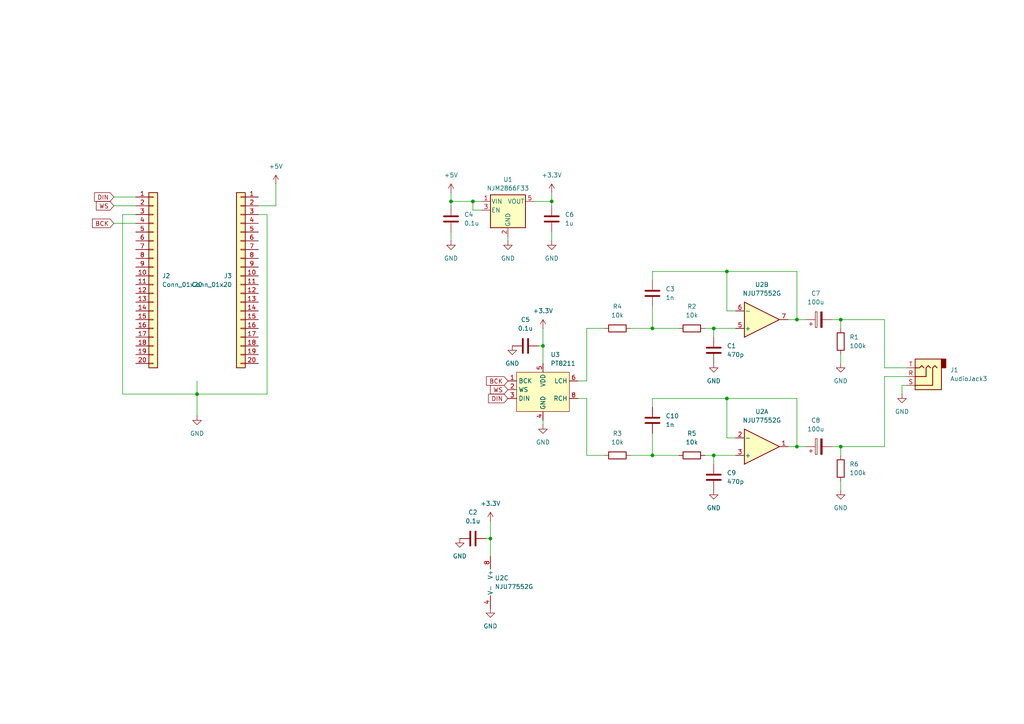
<source format=kicad_sch>
(kicad_sch
	(version 20250114)
	(generator "eeschema")
	(generator_version "9.0")
	(uuid "729ade13-dbd2-4618-8dea-92427449534a")
	(paper "A4")
	(lib_symbols
		(symbol "Amplifier_Operational:NJM4558"
			(pin_names
				(offset 0.127)
			)
			(exclude_from_sim no)
			(in_bom yes)
			(on_board yes)
			(property "Reference" "U"
				(at 0 5.08 0)
				(effects
					(font
						(size 1.27 1.27)
					)
					(justify left)
				)
			)
			(property "Value" "NJM4558"
				(at 0 -5.08 0)
				(effects
					(font
						(size 1.27 1.27)
					)
					(justify left)
				)
			)
			(property "Footprint" ""
				(at 0 0 0)
				(effects
					(font
						(size 1.27 1.27)
					)
					(hide yes)
				)
			)
			(property "Datasheet" "http://www.njr.com/semicon/PDF/NJM4558_NJM4559_E.pdf"
				(at 0 0 0)
				(effects
					(font
						(size 1.27 1.27)
					)
					(hide yes)
				)
			)
			(property "Description" "Dual Operational Amplifier, DIP-8/DMP-8/SIP-8/SOP-8/SSOP-8"
				(at 0 0 0)
				(effects
					(font
						(size 1.27 1.27)
					)
					(hide yes)
				)
			)
			(property "ki_locked" ""
				(at 0 0 0)
				(effects
					(font
						(size 1.27 1.27)
					)
				)
			)
			(property "ki_keywords" "dual opamp"
				(at 0 0 0)
				(effects
					(font
						(size 1.27 1.27)
					)
					(hide yes)
				)
			)
			(property "ki_fp_filters" "SOIC*3.9x4.9mm*P1.27mm* DIP*W7.62mm* TO*99* OnSemi*Micro8* TSSOP*3x3mm*P0.65mm* TSSOP*4.4x3mm*P0.65mm* MSOP*3x3mm*P0.65mm* SSOP*3.9x4.9mm*P0.635mm* LFCSP*2x2mm*P0.5mm* *SIP* SOIC*5.3x6.2mm*P1.27mm*"
				(at 0 0 0)
				(effects
					(font
						(size 1.27 1.27)
					)
					(hide yes)
				)
			)
			(symbol "NJM4558_1_1"
				(polyline
					(pts
						(xy -5.08 5.08) (xy 5.08 0) (xy -5.08 -5.08) (xy -5.08 5.08)
					)
					(stroke
						(width 0.254)
						(type default)
					)
					(fill
						(type background)
					)
				)
				(pin input line
					(at -7.62 2.54 0)
					(length 2.54)
					(name "+"
						(effects
							(font
								(size 1.27 1.27)
							)
						)
					)
					(number "3"
						(effects
							(font
								(size 1.27 1.27)
							)
						)
					)
				)
				(pin input line
					(at -7.62 -2.54 0)
					(length 2.54)
					(name "-"
						(effects
							(font
								(size 1.27 1.27)
							)
						)
					)
					(number "2"
						(effects
							(font
								(size 1.27 1.27)
							)
						)
					)
				)
				(pin output line
					(at 7.62 0 180)
					(length 2.54)
					(name "~"
						(effects
							(font
								(size 1.27 1.27)
							)
						)
					)
					(number "1"
						(effects
							(font
								(size 1.27 1.27)
							)
						)
					)
				)
			)
			(symbol "NJM4558_2_1"
				(polyline
					(pts
						(xy -5.08 5.08) (xy 5.08 0) (xy -5.08 -5.08) (xy -5.08 5.08)
					)
					(stroke
						(width 0.254)
						(type default)
					)
					(fill
						(type background)
					)
				)
				(pin input line
					(at -7.62 2.54 0)
					(length 2.54)
					(name "+"
						(effects
							(font
								(size 1.27 1.27)
							)
						)
					)
					(number "5"
						(effects
							(font
								(size 1.27 1.27)
							)
						)
					)
				)
				(pin input line
					(at -7.62 -2.54 0)
					(length 2.54)
					(name "-"
						(effects
							(font
								(size 1.27 1.27)
							)
						)
					)
					(number "6"
						(effects
							(font
								(size 1.27 1.27)
							)
						)
					)
				)
				(pin output line
					(at 7.62 0 180)
					(length 2.54)
					(name "~"
						(effects
							(font
								(size 1.27 1.27)
							)
						)
					)
					(number "7"
						(effects
							(font
								(size 1.27 1.27)
							)
						)
					)
				)
			)
			(symbol "NJM4558_3_1"
				(pin power_in line
					(at -2.54 7.62 270)
					(length 3.81)
					(name "V+"
						(effects
							(font
								(size 1.27 1.27)
							)
						)
					)
					(number "8"
						(effects
							(font
								(size 1.27 1.27)
							)
						)
					)
				)
				(pin power_in line
					(at -2.54 -7.62 90)
					(length 3.81)
					(name "V-"
						(effects
							(font
								(size 1.27 1.27)
							)
						)
					)
					(number "4"
						(effects
							(font
								(size 1.27 1.27)
							)
						)
					)
				)
			)
			(embedded_fonts no)
		)
		(symbol "Connector_Audio:AudioJack3"
			(exclude_from_sim no)
			(in_bom yes)
			(on_board yes)
			(property "Reference" "J"
				(at 0 8.89 0)
				(effects
					(font
						(size 1.27 1.27)
					)
				)
			)
			(property "Value" "AudioJack3"
				(at 0 6.35 0)
				(effects
					(font
						(size 1.27 1.27)
					)
				)
			)
			(property "Footprint" ""
				(at 0 0 0)
				(effects
					(font
						(size 1.27 1.27)
					)
					(hide yes)
				)
			)
			(property "Datasheet" "~"
				(at 0 0 0)
				(effects
					(font
						(size 1.27 1.27)
					)
					(hide yes)
				)
			)
			(property "Description" "Audio Jack, 3 Poles (Stereo / TRS)"
				(at 0 0 0)
				(effects
					(font
						(size 1.27 1.27)
					)
					(hide yes)
				)
			)
			(property "ki_keywords" "audio jack receptacle stereo headphones phones TRS connector"
				(at 0 0 0)
				(effects
					(font
						(size 1.27 1.27)
					)
					(hide yes)
				)
			)
			(property "ki_fp_filters" "Jack*"
				(at 0 0 0)
				(effects
					(font
						(size 1.27 1.27)
					)
					(hide yes)
				)
			)
			(symbol "AudioJack3_0_1"
				(rectangle
					(start -5.08 -5.08)
					(end -6.35 -2.54)
					(stroke
						(width 0.254)
						(type default)
					)
					(fill
						(type outline)
					)
				)
				(polyline
					(pts
						(xy -1.905 -2.54) (xy -1.27 -3.175) (xy -0.635 -2.54) (xy -0.635 0) (xy 2.54 0)
					)
					(stroke
						(width 0.254)
						(type default)
					)
					(fill
						(type none)
					)
				)
				(polyline
					(pts
						(xy 0 -2.54) (xy 0.635 -3.175) (xy 1.27 -2.54) (xy 2.54 -2.54)
					)
					(stroke
						(width 0.254)
						(type default)
					)
					(fill
						(type none)
					)
				)
				(rectangle
					(start 2.54 3.81)
					(end -5.08 -5.08)
					(stroke
						(width 0.254)
						(type default)
					)
					(fill
						(type background)
					)
				)
				(polyline
					(pts
						(xy 2.54 2.54) (xy -2.54 2.54) (xy -2.54 -2.54) (xy -3.175 -3.175) (xy -3.81 -2.54)
					)
					(stroke
						(width 0.254)
						(type default)
					)
					(fill
						(type none)
					)
				)
			)
			(symbol "AudioJack3_1_1"
				(pin passive line
					(at 5.08 2.54 180)
					(length 2.54)
					(name "~"
						(effects
							(font
								(size 1.27 1.27)
							)
						)
					)
					(number "S"
						(effects
							(font
								(size 1.27 1.27)
							)
						)
					)
				)
				(pin passive line
					(at 5.08 0 180)
					(length 2.54)
					(name "~"
						(effects
							(font
								(size 1.27 1.27)
							)
						)
					)
					(number "R"
						(effects
							(font
								(size 1.27 1.27)
							)
						)
					)
				)
				(pin passive line
					(at 5.08 -2.54 180)
					(length 2.54)
					(name "~"
						(effects
							(font
								(size 1.27 1.27)
							)
						)
					)
					(number "T"
						(effects
							(font
								(size 1.27 1.27)
							)
						)
					)
				)
			)
			(embedded_fonts no)
		)
		(symbol "Connector_Generic:Conn_01x20"
			(pin_names
				(offset 1.016)
				(hide yes)
			)
			(exclude_from_sim no)
			(in_bom yes)
			(on_board yes)
			(property "Reference" "J"
				(at 0 25.4 0)
				(effects
					(font
						(size 1.27 1.27)
					)
				)
			)
			(property "Value" "Conn_01x20"
				(at 0 -27.94 0)
				(effects
					(font
						(size 1.27 1.27)
					)
				)
			)
			(property "Footprint" ""
				(at 0 0 0)
				(effects
					(font
						(size 1.27 1.27)
					)
					(hide yes)
				)
			)
			(property "Datasheet" "~"
				(at 0 0 0)
				(effects
					(font
						(size 1.27 1.27)
					)
					(hide yes)
				)
			)
			(property "Description" "Generic connector, single row, 01x20, script generated (kicad-library-utils/schlib/autogen/connector/)"
				(at 0 0 0)
				(effects
					(font
						(size 1.27 1.27)
					)
					(hide yes)
				)
			)
			(property "ki_keywords" "connector"
				(at 0 0 0)
				(effects
					(font
						(size 1.27 1.27)
					)
					(hide yes)
				)
			)
			(property "ki_fp_filters" "Connector*:*_1x??_*"
				(at 0 0 0)
				(effects
					(font
						(size 1.27 1.27)
					)
					(hide yes)
				)
			)
			(symbol "Conn_01x20_1_1"
				(rectangle
					(start -1.27 24.13)
					(end 1.27 -26.67)
					(stroke
						(width 0.254)
						(type default)
					)
					(fill
						(type background)
					)
				)
				(rectangle
					(start -1.27 22.987)
					(end 0 22.733)
					(stroke
						(width 0.1524)
						(type default)
					)
					(fill
						(type none)
					)
				)
				(rectangle
					(start -1.27 20.447)
					(end 0 20.193)
					(stroke
						(width 0.1524)
						(type default)
					)
					(fill
						(type none)
					)
				)
				(rectangle
					(start -1.27 17.907)
					(end 0 17.653)
					(stroke
						(width 0.1524)
						(type default)
					)
					(fill
						(type none)
					)
				)
				(rectangle
					(start -1.27 15.367)
					(end 0 15.113)
					(stroke
						(width 0.1524)
						(type default)
					)
					(fill
						(type none)
					)
				)
				(rectangle
					(start -1.27 12.827)
					(end 0 12.573)
					(stroke
						(width 0.1524)
						(type default)
					)
					(fill
						(type none)
					)
				)
				(rectangle
					(start -1.27 10.287)
					(end 0 10.033)
					(stroke
						(width 0.1524)
						(type default)
					)
					(fill
						(type none)
					)
				)
				(rectangle
					(start -1.27 7.747)
					(end 0 7.493)
					(stroke
						(width 0.1524)
						(type default)
					)
					(fill
						(type none)
					)
				)
				(rectangle
					(start -1.27 5.207)
					(end 0 4.953)
					(stroke
						(width 0.1524)
						(type default)
					)
					(fill
						(type none)
					)
				)
				(rectangle
					(start -1.27 2.667)
					(end 0 2.413)
					(stroke
						(width 0.1524)
						(type default)
					)
					(fill
						(type none)
					)
				)
				(rectangle
					(start -1.27 0.127)
					(end 0 -0.127)
					(stroke
						(width 0.1524)
						(type default)
					)
					(fill
						(type none)
					)
				)
				(rectangle
					(start -1.27 -2.413)
					(end 0 -2.667)
					(stroke
						(width 0.1524)
						(type default)
					)
					(fill
						(type none)
					)
				)
				(rectangle
					(start -1.27 -4.953)
					(end 0 -5.207)
					(stroke
						(width 0.1524)
						(type default)
					)
					(fill
						(type none)
					)
				)
				(rectangle
					(start -1.27 -7.493)
					(end 0 -7.747)
					(stroke
						(width 0.1524)
						(type default)
					)
					(fill
						(type none)
					)
				)
				(rectangle
					(start -1.27 -10.033)
					(end 0 -10.287)
					(stroke
						(width 0.1524)
						(type default)
					)
					(fill
						(type none)
					)
				)
				(rectangle
					(start -1.27 -12.573)
					(end 0 -12.827)
					(stroke
						(width 0.1524)
						(type default)
					)
					(fill
						(type none)
					)
				)
				(rectangle
					(start -1.27 -15.113)
					(end 0 -15.367)
					(stroke
						(width 0.1524)
						(type default)
					)
					(fill
						(type none)
					)
				)
				(rectangle
					(start -1.27 -17.653)
					(end 0 -17.907)
					(stroke
						(width 0.1524)
						(type default)
					)
					(fill
						(type none)
					)
				)
				(rectangle
					(start -1.27 -20.193)
					(end 0 -20.447)
					(stroke
						(width 0.1524)
						(type default)
					)
					(fill
						(type none)
					)
				)
				(rectangle
					(start -1.27 -22.733)
					(end 0 -22.987)
					(stroke
						(width 0.1524)
						(type default)
					)
					(fill
						(type none)
					)
				)
				(rectangle
					(start -1.27 -25.273)
					(end 0 -25.527)
					(stroke
						(width 0.1524)
						(type default)
					)
					(fill
						(type none)
					)
				)
				(pin passive line
					(at -5.08 22.86 0)
					(length 3.81)
					(name "Pin_1"
						(effects
							(font
								(size 1.27 1.27)
							)
						)
					)
					(number "1"
						(effects
							(font
								(size 1.27 1.27)
							)
						)
					)
				)
				(pin passive line
					(at -5.08 20.32 0)
					(length 3.81)
					(name "Pin_2"
						(effects
							(font
								(size 1.27 1.27)
							)
						)
					)
					(number "2"
						(effects
							(font
								(size 1.27 1.27)
							)
						)
					)
				)
				(pin passive line
					(at -5.08 17.78 0)
					(length 3.81)
					(name "Pin_3"
						(effects
							(font
								(size 1.27 1.27)
							)
						)
					)
					(number "3"
						(effects
							(font
								(size 1.27 1.27)
							)
						)
					)
				)
				(pin passive line
					(at -5.08 15.24 0)
					(length 3.81)
					(name "Pin_4"
						(effects
							(font
								(size 1.27 1.27)
							)
						)
					)
					(number "4"
						(effects
							(font
								(size 1.27 1.27)
							)
						)
					)
				)
				(pin passive line
					(at -5.08 12.7 0)
					(length 3.81)
					(name "Pin_5"
						(effects
							(font
								(size 1.27 1.27)
							)
						)
					)
					(number "5"
						(effects
							(font
								(size 1.27 1.27)
							)
						)
					)
				)
				(pin passive line
					(at -5.08 10.16 0)
					(length 3.81)
					(name "Pin_6"
						(effects
							(font
								(size 1.27 1.27)
							)
						)
					)
					(number "6"
						(effects
							(font
								(size 1.27 1.27)
							)
						)
					)
				)
				(pin passive line
					(at -5.08 7.62 0)
					(length 3.81)
					(name "Pin_7"
						(effects
							(font
								(size 1.27 1.27)
							)
						)
					)
					(number "7"
						(effects
							(font
								(size 1.27 1.27)
							)
						)
					)
				)
				(pin passive line
					(at -5.08 5.08 0)
					(length 3.81)
					(name "Pin_8"
						(effects
							(font
								(size 1.27 1.27)
							)
						)
					)
					(number "8"
						(effects
							(font
								(size 1.27 1.27)
							)
						)
					)
				)
				(pin passive line
					(at -5.08 2.54 0)
					(length 3.81)
					(name "Pin_9"
						(effects
							(font
								(size 1.27 1.27)
							)
						)
					)
					(number "9"
						(effects
							(font
								(size 1.27 1.27)
							)
						)
					)
				)
				(pin passive line
					(at -5.08 0 0)
					(length 3.81)
					(name "Pin_10"
						(effects
							(font
								(size 1.27 1.27)
							)
						)
					)
					(number "10"
						(effects
							(font
								(size 1.27 1.27)
							)
						)
					)
				)
				(pin passive line
					(at -5.08 -2.54 0)
					(length 3.81)
					(name "Pin_11"
						(effects
							(font
								(size 1.27 1.27)
							)
						)
					)
					(number "11"
						(effects
							(font
								(size 1.27 1.27)
							)
						)
					)
				)
				(pin passive line
					(at -5.08 -5.08 0)
					(length 3.81)
					(name "Pin_12"
						(effects
							(font
								(size 1.27 1.27)
							)
						)
					)
					(number "12"
						(effects
							(font
								(size 1.27 1.27)
							)
						)
					)
				)
				(pin passive line
					(at -5.08 -7.62 0)
					(length 3.81)
					(name "Pin_13"
						(effects
							(font
								(size 1.27 1.27)
							)
						)
					)
					(number "13"
						(effects
							(font
								(size 1.27 1.27)
							)
						)
					)
				)
				(pin passive line
					(at -5.08 -10.16 0)
					(length 3.81)
					(name "Pin_14"
						(effects
							(font
								(size 1.27 1.27)
							)
						)
					)
					(number "14"
						(effects
							(font
								(size 1.27 1.27)
							)
						)
					)
				)
				(pin passive line
					(at -5.08 -12.7 0)
					(length 3.81)
					(name "Pin_15"
						(effects
							(font
								(size 1.27 1.27)
							)
						)
					)
					(number "15"
						(effects
							(font
								(size 1.27 1.27)
							)
						)
					)
				)
				(pin passive line
					(at -5.08 -15.24 0)
					(length 3.81)
					(name "Pin_16"
						(effects
							(font
								(size 1.27 1.27)
							)
						)
					)
					(number "16"
						(effects
							(font
								(size 1.27 1.27)
							)
						)
					)
				)
				(pin passive line
					(at -5.08 -17.78 0)
					(length 3.81)
					(name "Pin_17"
						(effects
							(font
								(size 1.27 1.27)
							)
						)
					)
					(number "17"
						(effects
							(font
								(size 1.27 1.27)
							)
						)
					)
				)
				(pin passive line
					(at -5.08 -20.32 0)
					(length 3.81)
					(name "Pin_18"
						(effects
							(font
								(size 1.27 1.27)
							)
						)
					)
					(number "18"
						(effects
							(font
								(size 1.27 1.27)
							)
						)
					)
				)
				(pin passive line
					(at -5.08 -22.86 0)
					(length 3.81)
					(name "Pin_19"
						(effects
							(font
								(size 1.27 1.27)
							)
						)
					)
					(number "19"
						(effects
							(font
								(size 1.27 1.27)
							)
						)
					)
				)
				(pin passive line
					(at -5.08 -25.4 0)
					(length 3.81)
					(name "Pin_20"
						(effects
							(font
								(size 1.27 1.27)
							)
						)
					)
					(number "20"
						(effects
							(font
								(size 1.27 1.27)
							)
						)
					)
				)
			)
			(embedded_fonts no)
		)
		(symbol "Device:C"
			(pin_numbers
				(hide yes)
			)
			(pin_names
				(offset 0.254)
			)
			(exclude_from_sim no)
			(in_bom yes)
			(on_board yes)
			(property "Reference" "C"
				(at 0.635 2.54 0)
				(effects
					(font
						(size 1.27 1.27)
					)
					(justify left)
				)
			)
			(property "Value" "C"
				(at 0.635 -2.54 0)
				(effects
					(font
						(size 1.27 1.27)
					)
					(justify left)
				)
			)
			(property "Footprint" ""
				(at 0.9652 -3.81 0)
				(effects
					(font
						(size 1.27 1.27)
					)
					(hide yes)
				)
			)
			(property "Datasheet" "~"
				(at 0 0 0)
				(effects
					(font
						(size 1.27 1.27)
					)
					(hide yes)
				)
			)
			(property "Description" "Unpolarized capacitor"
				(at 0 0 0)
				(effects
					(font
						(size 1.27 1.27)
					)
					(hide yes)
				)
			)
			(property "ki_keywords" "cap capacitor"
				(at 0 0 0)
				(effects
					(font
						(size 1.27 1.27)
					)
					(hide yes)
				)
			)
			(property "ki_fp_filters" "C_*"
				(at 0 0 0)
				(effects
					(font
						(size 1.27 1.27)
					)
					(hide yes)
				)
			)
			(symbol "C_0_1"
				(polyline
					(pts
						(xy -2.032 0.762) (xy 2.032 0.762)
					)
					(stroke
						(width 0.508)
						(type default)
					)
					(fill
						(type none)
					)
				)
				(polyline
					(pts
						(xy -2.032 -0.762) (xy 2.032 -0.762)
					)
					(stroke
						(width 0.508)
						(type default)
					)
					(fill
						(type none)
					)
				)
			)
			(symbol "C_1_1"
				(pin passive line
					(at 0 3.81 270)
					(length 2.794)
					(name "~"
						(effects
							(font
								(size 1.27 1.27)
							)
						)
					)
					(number "1"
						(effects
							(font
								(size 1.27 1.27)
							)
						)
					)
				)
				(pin passive line
					(at 0 -3.81 90)
					(length 2.794)
					(name "~"
						(effects
							(font
								(size 1.27 1.27)
							)
						)
					)
					(number "2"
						(effects
							(font
								(size 1.27 1.27)
							)
						)
					)
				)
			)
			(embedded_fonts no)
		)
		(symbol "Device:C_Polarized"
			(pin_numbers
				(hide yes)
			)
			(pin_names
				(offset 0.254)
			)
			(exclude_from_sim no)
			(in_bom yes)
			(on_board yes)
			(property "Reference" "C"
				(at 0.635 2.54 0)
				(effects
					(font
						(size 1.27 1.27)
					)
					(justify left)
				)
			)
			(property "Value" "C_Polarized"
				(at 0.635 -2.54 0)
				(effects
					(font
						(size 1.27 1.27)
					)
					(justify left)
				)
			)
			(property "Footprint" ""
				(at 0.9652 -3.81 0)
				(effects
					(font
						(size 1.27 1.27)
					)
					(hide yes)
				)
			)
			(property "Datasheet" "~"
				(at 0 0 0)
				(effects
					(font
						(size 1.27 1.27)
					)
					(hide yes)
				)
			)
			(property "Description" "Polarized capacitor"
				(at 0 0 0)
				(effects
					(font
						(size 1.27 1.27)
					)
					(hide yes)
				)
			)
			(property "ki_keywords" "cap capacitor"
				(at 0 0 0)
				(effects
					(font
						(size 1.27 1.27)
					)
					(hide yes)
				)
			)
			(property "ki_fp_filters" "CP_*"
				(at 0 0 0)
				(effects
					(font
						(size 1.27 1.27)
					)
					(hide yes)
				)
			)
			(symbol "C_Polarized_0_1"
				(rectangle
					(start -2.286 0.508)
					(end 2.286 1.016)
					(stroke
						(width 0)
						(type default)
					)
					(fill
						(type none)
					)
				)
				(polyline
					(pts
						(xy -1.778 2.286) (xy -0.762 2.286)
					)
					(stroke
						(width 0)
						(type default)
					)
					(fill
						(type none)
					)
				)
				(polyline
					(pts
						(xy -1.27 2.794) (xy -1.27 1.778)
					)
					(stroke
						(width 0)
						(type default)
					)
					(fill
						(type none)
					)
				)
				(rectangle
					(start 2.286 -0.508)
					(end -2.286 -1.016)
					(stroke
						(width 0)
						(type default)
					)
					(fill
						(type outline)
					)
				)
			)
			(symbol "C_Polarized_1_1"
				(pin passive line
					(at 0 3.81 270)
					(length 2.794)
					(name "~"
						(effects
							(font
								(size 1.27 1.27)
							)
						)
					)
					(number "1"
						(effects
							(font
								(size 1.27 1.27)
							)
						)
					)
				)
				(pin passive line
					(at 0 -3.81 90)
					(length 2.794)
					(name "~"
						(effects
							(font
								(size 1.27 1.27)
							)
						)
					)
					(number "2"
						(effects
							(font
								(size 1.27 1.27)
							)
						)
					)
				)
			)
			(embedded_fonts no)
		)
		(symbol "Device:R"
			(pin_numbers
				(hide yes)
			)
			(pin_names
				(offset 0)
			)
			(exclude_from_sim no)
			(in_bom yes)
			(on_board yes)
			(property "Reference" "R"
				(at 2.032 0 90)
				(effects
					(font
						(size 1.27 1.27)
					)
				)
			)
			(property "Value" "R"
				(at 0 0 90)
				(effects
					(font
						(size 1.27 1.27)
					)
				)
			)
			(property "Footprint" ""
				(at -1.778 0 90)
				(effects
					(font
						(size 1.27 1.27)
					)
					(hide yes)
				)
			)
			(property "Datasheet" "~"
				(at 0 0 0)
				(effects
					(font
						(size 1.27 1.27)
					)
					(hide yes)
				)
			)
			(property "Description" "Resistor"
				(at 0 0 0)
				(effects
					(font
						(size 1.27 1.27)
					)
					(hide yes)
				)
			)
			(property "ki_keywords" "R res resistor"
				(at 0 0 0)
				(effects
					(font
						(size 1.27 1.27)
					)
					(hide yes)
				)
			)
			(property "ki_fp_filters" "R_*"
				(at 0 0 0)
				(effects
					(font
						(size 1.27 1.27)
					)
					(hide yes)
				)
			)
			(symbol "R_0_1"
				(rectangle
					(start -1.016 -2.54)
					(end 1.016 2.54)
					(stroke
						(width 0.254)
						(type default)
					)
					(fill
						(type none)
					)
				)
			)
			(symbol "R_1_1"
				(pin passive line
					(at 0 3.81 270)
					(length 1.27)
					(name "~"
						(effects
							(font
								(size 1.27 1.27)
							)
						)
					)
					(number "1"
						(effects
							(font
								(size 1.27 1.27)
							)
						)
					)
				)
				(pin passive line
					(at 0 -3.81 90)
					(length 1.27)
					(name "~"
						(effects
							(font
								(size 1.27 1.27)
							)
						)
					)
					(number "2"
						(effects
							(font
								(size 1.27 1.27)
							)
						)
					)
				)
			)
			(embedded_fonts no)
		)
		(symbol "PT8211:PT8211"
			(exclude_from_sim no)
			(in_bom yes)
			(on_board yes)
			(property "Reference" "U"
				(at 2.794 6.604 0)
				(effects
					(font
						(size 1.27 1.27)
					)
				)
			)
			(property "Value" "PT8211"
				(at 0 16.51 0)
				(effects
					(font
						(size 1.27 1.27)
					)
				)
			)
			(property "Footprint" ""
				(at 0 16.51 0)
				(effects
					(font
						(size 1.27 1.27)
					)
					(hide yes)
				)
			)
			(property "Datasheet" ""
				(at 0 16.51 0)
				(effects
					(font
						(size 1.27 1.27)
					)
					(hide yes)
				)
			)
			(property "Description" ""
				(at 0 16.51 0)
				(effects
					(font
						(size 1.27 1.27)
					)
					(hide yes)
				)
			)
			(symbol "PT8211_1_1"
				(rectangle
					(start -7.62 5.08)
					(end 7.62 -6.35)
					(stroke
						(width 0)
						(type default)
					)
					(fill
						(type background)
					)
				)
				(pin input line
					(at -10.16 2.54 0)
					(length 2.54)
					(name "BCK"
						(effects
							(font
								(size 1.27 1.27)
							)
						)
					)
					(number "1"
						(effects
							(font
								(size 1.27 1.27)
							)
						)
					)
				)
				(pin input line
					(at -10.16 0 0)
					(length 2.54)
					(name "WS"
						(effects
							(font
								(size 1.27 1.27)
							)
						)
					)
					(number "2"
						(effects
							(font
								(size 1.27 1.27)
							)
						)
					)
				)
				(pin input line
					(at -10.16 -2.54 0)
					(length 2.54)
					(name "DIN"
						(effects
							(font
								(size 1.27 1.27)
							)
						)
					)
					(number "3"
						(effects
							(font
								(size 1.27 1.27)
							)
						)
					)
				)
				(pin power_in line
					(at 0 7.62 270)
					(length 2.54)
					(name "VDD"
						(effects
							(font
								(size 1.27 1.27)
							)
						)
					)
					(number "5"
						(effects
							(font
								(size 1.27 1.27)
							)
						)
					)
				)
				(pin no_connect line
					(at 0 1.27 0)
					(length 2.54)
					(hide yes)
					(name "NC"
						(effects
							(font
								(size 1.27 1.27)
							)
						)
					)
					(number "7"
						(effects
							(font
								(size 1.27 1.27)
							)
						)
					)
				)
				(pin power_in line
					(at 0 -8.89 90)
					(length 2.54)
					(name "GND"
						(effects
							(font
								(size 1.27 1.27)
							)
						)
					)
					(number "4"
						(effects
							(font
								(size 1.27 1.27)
							)
						)
					)
				)
				(pin output line
					(at 10.16 2.54 180)
					(length 2.54)
					(name "LCH"
						(effects
							(font
								(size 1.27 1.27)
							)
						)
					)
					(number "6"
						(effects
							(font
								(size 1.27 1.27)
							)
						)
					)
				)
				(pin power_out line
					(at 10.16 -2.54 180)
					(length 2.54)
					(name "RCH"
						(effects
							(font
								(size 1.27 1.27)
							)
						)
					)
					(number "8"
						(effects
							(font
								(size 1.27 1.27)
							)
						)
					)
				)
			)
			(embedded_fonts no)
		)
		(symbol "Regulator_Linear:AP2112K-3.3"
			(pin_names
				(offset 0.254)
			)
			(exclude_from_sim no)
			(in_bom yes)
			(on_board yes)
			(property "Reference" "U"
				(at -5.08 5.715 0)
				(effects
					(font
						(size 1.27 1.27)
					)
					(justify left)
				)
			)
			(property "Value" "AP2112K-3.3"
				(at 0 5.715 0)
				(effects
					(font
						(size 1.27 1.27)
					)
					(justify left)
				)
			)
			(property "Footprint" "Package_TO_SOT_SMD:SOT-23-5"
				(at 0 8.255 0)
				(effects
					(font
						(size 1.27 1.27)
					)
					(hide yes)
				)
			)
			(property "Datasheet" "https://www.diodes.com/assets/Datasheets/AP2112.pdf"
				(at 0 2.54 0)
				(effects
					(font
						(size 1.27 1.27)
					)
					(hide yes)
				)
			)
			(property "Description" "600mA low dropout linear regulator, with enable pin, 3.8V-6V input voltage range, 3.3V fixed positive output, SOT-23-5"
				(at 0 0 0)
				(effects
					(font
						(size 1.27 1.27)
					)
					(hide yes)
				)
			)
			(property "ki_keywords" "linear regulator ldo fixed positive"
				(at 0 0 0)
				(effects
					(font
						(size 1.27 1.27)
					)
					(hide yes)
				)
			)
			(property "ki_fp_filters" "SOT?23?5*"
				(at 0 0 0)
				(effects
					(font
						(size 1.27 1.27)
					)
					(hide yes)
				)
			)
			(symbol "AP2112K-3.3_0_1"
				(rectangle
					(start -5.08 4.445)
					(end 5.08 -5.08)
					(stroke
						(width 0.254)
						(type default)
					)
					(fill
						(type background)
					)
				)
			)
			(symbol "AP2112K-3.3_1_1"
				(pin power_in line
					(at -7.62 2.54 0)
					(length 2.54)
					(name "VIN"
						(effects
							(font
								(size 1.27 1.27)
							)
						)
					)
					(number "1"
						(effects
							(font
								(size 1.27 1.27)
							)
						)
					)
				)
				(pin input line
					(at -7.62 0 0)
					(length 2.54)
					(name "EN"
						(effects
							(font
								(size 1.27 1.27)
							)
						)
					)
					(number "3"
						(effects
							(font
								(size 1.27 1.27)
							)
						)
					)
				)
				(pin power_in line
					(at 0 -7.62 90)
					(length 2.54)
					(name "GND"
						(effects
							(font
								(size 1.27 1.27)
							)
						)
					)
					(number "2"
						(effects
							(font
								(size 1.27 1.27)
							)
						)
					)
				)
				(pin no_connect line
					(at 5.08 0 180)
					(length 2.54)
					(hide yes)
					(name "NC"
						(effects
							(font
								(size 1.27 1.27)
							)
						)
					)
					(number "4"
						(effects
							(font
								(size 1.27 1.27)
							)
						)
					)
				)
				(pin power_out line
					(at 7.62 2.54 180)
					(length 2.54)
					(name "VOUT"
						(effects
							(font
								(size 1.27 1.27)
							)
						)
					)
					(number "5"
						(effects
							(font
								(size 1.27 1.27)
							)
						)
					)
				)
			)
			(embedded_fonts no)
		)
		(symbol "power:+3.3V"
			(power)
			(pin_numbers
				(hide yes)
			)
			(pin_names
				(offset 0)
				(hide yes)
			)
			(exclude_from_sim no)
			(in_bom yes)
			(on_board yes)
			(property "Reference" "#PWR"
				(at 0 -3.81 0)
				(effects
					(font
						(size 1.27 1.27)
					)
					(hide yes)
				)
			)
			(property "Value" "+3.3V"
				(at 0 3.556 0)
				(effects
					(font
						(size 1.27 1.27)
					)
				)
			)
			(property "Footprint" ""
				(at 0 0 0)
				(effects
					(font
						(size 1.27 1.27)
					)
					(hide yes)
				)
			)
			(property "Datasheet" ""
				(at 0 0 0)
				(effects
					(font
						(size 1.27 1.27)
					)
					(hide yes)
				)
			)
			(property "Description" "Power symbol creates a global label with name \"+3.3V\""
				(at 0 0 0)
				(effects
					(font
						(size 1.27 1.27)
					)
					(hide yes)
				)
			)
			(property "ki_keywords" "global power"
				(at 0 0 0)
				(effects
					(font
						(size 1.27 1.27)
					)
					(hide yes)
				)
			)
			(symbol "+3.3V_0_1"
				(polyline
					(pts
						(xy -0.762 1.27) (xy 0 2.54)
					)
					(stroke
						(width 0)
						(type default)
					)
					(fill
						(type none)
					)
				)
				(polyline
					(pts
						(xy 0 2.54) (xy 0.762 1.27)
					)
					(stroke
						(width 0)
						(type default)
					)
					(fill
						(type none)
					)
				)
				(polyline
					(pts
						(xy 0 0) (xy 0 2.54)
					)
					(stroke
						(width 0)
						(type default)
					)
					(fill
						(type none)
					)
				)
			)
			(symbol "+3.3V_1_1"
				(pin power_in line
					(at 0 0 90)
					(length 0)
					(name "~"
						(effects
							(font
								(size 1.27 1.27)
							)
						)
					)
					(number "1"
						(effects
							(font
								(size 1.27 1.27)
							)
						)
					)
				)
			)
			(embedded_fonts no)
		)
		(symbol "power:+5V"
			(power)
			(pin_numbers
				(hide yes)
			)
			(pin_names
				(offset 0)
				(hide yes)
			)
			(exclude_from_sim no)
			(in_bom yes)
			(on_board yes)
			(property "Reference" "#PWR"
				(at 0 -3.81 0)
				(effects
					(font
						(size 1.27 1.27)
					)
					(hide yes)
				)
			)
			(property "Value" "+5V"
				(at 0 3.556 0)
				(effects
					(font
						(size 1.27 1.27)
					)
				)
			)
			(property "Footprint" ""
				(at 0 0 0)
				(effects
					(font
						(size 1.27 1.27)
					)
					(hide yes)
				)
			)
			(property "Datasheet" ""
				(at 0 0 0)
				(effects
					(font
						(size 1.27 1.27)
					)
					(hide yes)
				)
			)
			(property "Description" "Power symbol creates a global label with name \"+5V\""
				(at 0 0 0)
				(effects
					(font
						(size 1.27 1.27)
					)
					(hide yes)
				)
			)
			(property "ki_keywords" "global power"
				(at 0 0 0)
				(effects
					(font
						(size 1.27 1.27)
					)
					(hide yes)
				)
			)
			(symbol "+5V_0_1"
				(polyline
					(pts
						(xy -0.762 1.27) (xy 0 2.54)
					)
					(stroke
						(width 0)
						(type default)
					)
					(fill
						(type none)
					)
				)
				(polyline
					(pts
						(xy 0 2.54) (xy 0.762 1.27)
					)
					(stroke
						(width 0)
						(type default)
					)
					(fill
						(type none)
					)
				)
				(polyline
					(pts
						(xy 0 0) (xy 0 2.54)
					)
					(stroke
						(width 0)
						(type default)
					)
					(fill
						(type none)
					)
				)
			)
			(symbol "+5V_1_1"
				(pin power_in line
					(at 0 0 90)
					(length 0)
					(name "~"
						(effects
							(font
								(size 1.27 1.27)
							)
						)
					)
					(number "1"
						(effects
							(font
								(size 1.27 1.27)
							)
						)
					)
				)
			)
			(embedded_fonts no)
		)
		(symbol "power:GND"
			(power)
			(pin_numbers
				(hide yes)
			)
			(pin_names
				(offset 0)
				(hide yes)
			)
			(exclude_from_sim no)
			(in_bom yes)
			(on_board yes)
			(property "Reference" "#PWR"
				(at 0 -6.35 0)
				(effects
					(font
						(size 1.27 1.27)
					)
					(hide yes)
				)
			)
			(property "Value" "GND"
				(at 0 -3.81 0)
				(effects
					(font
						(size 1.27 1.27)
					)
				)
			)
			(property "Footprint" ""
				(at 0 0 0)
				(effects
					(font
						(size 1.27 1.27)
					)
					(hide yes)
				)
			)
			(property "Datasheet" ""
				(at 0 0 0)
				(effects
					(font
						(size 1.27 1.27)
					)
					(hide yes)
				)
			)
			(property "Description" "Power symbol creates a global label with name \"GND\" , ground"
				(at 0 0 0)
				(effects
					(font
						(size 1.27 1.27)
					)
					(hide yes)
				)
			)
			(property "ki_keywords" "global power"
				(at 0 0 0)
				(effects
					(font
						(size 1.27 1.27)
					)
					(hide yes)
				)
			)
			(symbol "GND_0_1"
				(polyline
					(pts
						(xy 0 0) (xy 0 -1.27) (xy 1.27 -1.27) (xy 0 -2.54) (xy -1.27 -1.27) (xy 0 -1.27)
					)
					(stroke
						(width 0)
						(type default)
					)
					(fill
						(type none)
					)
				)
			)
			(symbol "GND_1_1"
				(pin power_in line
					(at 0 0 270)
					(length 0)
					(name "~"
						(effects
							(font
								(size 1.27 1.27)
							)
						)
					)
					(number "1"
						(effects
							(font
								(size 1.27 1.27)
							)
						)
					)
				)
			)
			(embedded_fonts no)
		)
	)
	(junction
		(at 189.23 95.25)
		(diameter 0)
		(color 0 0 0 0)
		(uuid "0d5a4208-28d8-4667-87b3-54d4808a26cb")
	)
	(junction
		(at 207.01 132.08)
		(diameter 0)
		(color 0 0 0 0)
		(uuid "21641178-e892-4bcf-b737-0efec4de708d")
	)
	(junction
		(at 210.82 115.57)
		(diameter 0)
		(color 0 0 0 0)
		(uuid "3c22900c-b730-4ab8-a42c-6e3f650780a7")
	)
	(junction
		(at 231.14 129.54)
		(diameter 0)
		(color 0 0 0 0)
		(uuid "4076ff3a-4fd7-4a14-805e-dc60b4a586fd")
	)
	(junction
		(at 243.84 92.71)
		(diameter 0)
		(color 0 0 0 0)
		(uuid "4134256f-a960-4c77-91ea-a8a1f3cb9bc3")
	)
	(junction
		(at 189.23 132.08)
		(diameter 0)
		(color 0 0 0 0)
		(uuid "43ac8d70-1a9d-49fb-b03a-5262cf76fb3f")
	)
	(junction
		(at 160.02 58.42)
		(diameter 0)
		(color 0 0 0 0)
		(uuid "566fec1a-4e6e-4918-a710-2aad932ed03c")
	)
	(junction
		(at 157.48 100.33)
		(diameter 0)
		(color 0 0 0 0)
		(uuid "5a54deb0-8eda-41f5-97b3-04d06fa9aa13")
	)
	(junction
		(at 142.24 156.21)
		(diameter 0)
		(color 0 0 0 0)
		(uuid "680c40b0-4697-4b7d-9b46-04838e571581")
	)
	(junction
		(at 57.15 114.3)
		(diameter 0)
		(color 0 0 0 0)
		(uuid "77bbae2b-8765-4c9f-a019-26f9a245085c")
	)
	(junction
		(at 243.84 129.54)
		(diameter 0)
		(color 0 0 0 0)
		(uuid "7e02feef-3771-44d6-a179-0fd0b24bb79d")
	)
	(junction
		(at 210.82 78.74)
		(diameter 0)
		(color 0 0 0 0)
		(uuid "7ffeaf57-5ad4-40ef-84d1-6e0528eb7481")
	)
	(junction
		(at 130.81 58.42)
		(diameter 0)
		(color 0 0 0 0)
		(uuid "85f2ee2e-95cf-4e75-b411-cb24ac226b71")
	)
	(junction
		(at 207.01 95.25)
		(diameter 0)
		(color 0 0 0 0)
		(uuid "b2e1c5d3-7d5d-48c3-ba79-47fdf5a2f917")
	)
	(junction
		(at 231.14 92.71)
		(diameter 0)
		(color 0 0 0 0)
		(uuid "fa4b834d-a59e-41d0-b001-0561c51a2306")
	)
	(junction
		(at 137.16 58.42)
		(diameter 0)
		(color 0 0 0 0)
		(uuid "fceebe62-84df-4707-a229-4c7505a60dac")
	)
	(wire
		(pts
			(xy 130.81 55.88) (xy 130.81 58.42)
		)
		(stroke
			(width 0)
			(type default)
		)
		(uuid "013793d9-4475-486b-a190-b76de6ca3910")
	)
	(wire
		(pts
			(xy 243.84 132.08) (xy 243.84 129.54)
		)
		(stroke
			(width 0)
			(type default)
		)
		(uuid "03e5a247-d471-401e-8120-bfe52d25171d")
	)
	(wire
		(pts
			(xy 256.54 106.68) (xy 256.54 92.71)
		)
		(stroke
			(width 0)
			(type default)
		)
		(uuid "07c36602-9449-4522-b3c6-ff1e8c90d70d")
	)
	(wire
		(pts
			(xy 189.23 88.9) (xy 189.23 95.25)
		)
		(stroke
			(width 0)
			(type default)
		)
		(uuid "0e1bd26e-018e-4a99-add3-e685d9b8a9ec")
	)
	(wire
		(pts
			(xy 137.16 58.42) (xy 139.7 58.42)
		)
		(stroke
			(width 0)
			(type default)
		)
		(uuid "10818b4f-964c-4b62-9c6b-c65bca1e71ca")
	)
	(wire
		(pts
			(xy 160.02 67.31) (xy 160.02 69.85)
		)
		(stroke
			(width 0)
			(type default)
		)
		(uuid "10a5a661-c76b-41e9-a631-e27a2a4282d7")
	)
	(wire
		(pts
			(xy 210.82 115.57) (xy 189.23 115.57)
		)
		(stroke
			(width 0)
			(type default)
		)
		(uuid "17477e1a-6eee-44c5-8cee-41735086b0ba")
	)
	(wire
		(pts
			(xy 207.01 134.62) (xy 207.01 132.08)
		)
		(stroke
			(width 0)
			(type default)
		)
		(uuid "1db42872-bfd3-4927-b46c-8bacd7791d33")
	)
	(wire
		(pts
			(xy 231.14 115.57) (xy 231.14 129.54)
		)
		(stroke
			(width 0)
			(type default)
		)
		(uuid "1e57d168-55a1-4516-93c0-ac550d19cfc2")
	)
	(wire
		(pts
			(xy 77.47 62.23) (xy 74.93 62.23)
		)
		(stroke
			(width 0)
			(type default)
		)
		(uuid "20c4ef24-dccf-4ee7-b76c-6ba54c9bb11a")
	)
	(wire
		(pts
			(xy 35.56 62.23) (xy 35.56 114.3)
		)
		(stroke
			(width 0)
			(type default)
		)
		(uuid "2103bfd7-8930-42c5-8379-0bf845e25e42")
	)
	(wire
		(pts
			(xy 157.48 95.25) (xy 157.48 100.33)
		)
		(stroke
			(width 0)
			(type default)
		)
		(uuid "2ab8a337-3873-4ce4-b81b-c92de1aae32e")
	)
	(wire
		(pts
			(xy 261.62 111.76) (xy 261.62 114.3)
		)
		(stroke
			(width 0)
			(type default)
		)
		(uuid "2ae3b6ab-3d1a-42d6-964d-275c2d78e5e1")
	)
	(wire
		(pts
			(xy 256.54 92.71) (xy 243.84 92.71)
		)
		(stroke
			(width 0)
			(type default)
		)
		(uuid "2b1152a4-1207-4244-a11a-a9b087c17527")
	)
	(wire
		(pts
			(xy 210.82 78.74) (xy 231.14 78.74)
		)
		(stroke
			(width 0)
			(type default)
		)
		(uuid "30c90598-ba7d-4270-99fc-b9d607bb6cda")
	)
	(wire
		(pts
			(xy 231.14 78.74) (xy 231.14 92.71)
		)
		(stroke
			(width 0)
			(type default)
		)
		(uuid "345cfe0f-3c72-4ef0-a175-fd8cc82656dd")
	)
	(wire
		(pts
			(xy 160.02 59.69) (xy 160.02 58.42)
		)
		(stroke
			(width 0)
			(type default)
		)
		(uuid "34c1cc05-2551-42e5-bdad-1947655e8ba6")
	)
	(wire
		(pts
			(xy 57.15 114.3) (xy 77.47 114.3)
		)
		(stroke
			(width 0)
			(type default)
		)
		(uuid "34e33032-10d0-4e04-91b0-f3e68e000b61")
	)
	(wire
		(pts
			(xy 175.26 132.08) (xy 170.18 132.08)
		)
		(stroke
			(width 0)
			(type default)
		)
		(uuid "36a82ebd-e0f5-4fca-bb89-bedd90aef0f3")
	)
	(wire
		(pts
			(xy 160.02 58.42) (xy 154.94 58.42)
		)
		(stroke
			(width 0)
			(type default)
		)
		(uuid "36ca6c8d-16f7-49a6-852d-2c27c1a93764")
	)
	(wire
		(pts
			(xy 189.23 95.25) (xy 182.88 95.25)
		)
		(stroke
			(width 0)
			(type default)
		)
		(uuid "371af835-8871-461b-926e-31611b2d68af")
	)
	(wire
		(pts
			(xy 156.21 100.33) (xy 157.48 100.33)
		)
		(stroke
			(width 0)
			(type default)
		)
		(uuid "392d182f-41a4-4d36-9a9a-f27e39683f19")
	)
	(wire
		(pts
			(xy 33.02 59.69) (xy 39.37 59.69)
		)
		(stroke
			(width 0)
			(type default)
		)
		(uuid "393ee846-05cd-4d2e-ac7f-af25262446a1")
	)
	(wire
		(pts
			(xy 204.47 95.25) (xy 207.01 95.25)
		)
		(stroke
			(width 0)
			(type default)
		)
		(uuid "455a1eeb-b8a2-4a26-aec6-285a0bf0398a")
	)
	(wire
		(pts
			(xy 189.23 125.73) (xy 189.23 132.08)
		)
		(stroke
			(width 0)
			(type default)
		)
		(uuid "465e63ca-4fee-4ce3-ab4b-144ede02fab5")
	)
	(wire
		(pts
			(xy 77.47 62.23) (xy 77.47 114.3)
		)
		(stroke
			(width 0)
			(type default)
		)
		(uuid "4782796b-ca3c-46b9-99f9-a9e390a1c3f8")
	)
	(wire
		(pts
			(xy 80.01 53.34) (xy 80.01 59.69)
		)
		(stroke
			(width 0)
			(type default)
		)
		(uuid "48876899-1b34-43a4-bcff-7657fd7aa250")
	)
	(wire
		(pts
			(xy 243.84 129.54) (xy 241.3 129.54)
		)
		(stroke
			(width 0)
			(type default)
		)
		(uuid "494fbef2-c565-4b94-882e-63caeaa32e5d")
	)
	(wire
		(pts
			(xy 256.54 129.54) (xy 243.84 129.54)
		)
		(stroke
			(width 0)
			(type default)
		)
		(uuid "4e57d879-521a-46b8-abd2-dffbf662f592")
	)
	(wire
		(pts
			(xy 231.14 129.54) (xy 228.6 129.54)
		)
		(stroke
			(width 0)
			(type default)
		)
		(uuid "4eecd9d5-02f2-403e-b138-7c229d313f7c")
	)
	(wire
		(pts
			(xy 170.18 95.25) (xy 175.26 95.25)
		)
		(stroke
			(width 0)
			(type default)
		)
		(uuid "5ca63d89-e919-4283-b81e-3852acefdf64")
	)
	(wire
		(pts
			(xy 262.89 109.22) (xy 256.54 109.22)
		)
		(stroke
			(width 0)
			(type default)
		)
		(uuid "662fcf7a-ee24-4a98-a9b9-fdd1f2e9a7a4")
	)
	(wire
		(pts
			(xy 130.81 67.31) (xy 130.81 69.85)
		)
		(stroke
			(width 0)
			(type default)
		)
		(uuid "6a755878-c891-4266-92f6-aa7684282e2b")
	)
	(wire
		(pts
			(xy 170.18 110.49) (xy 170.18 95.25)
		)
		(stroke
			(width 0)
			(type default)
		)
		(uuid "7037fb93-fdbb-452e-9837-31c215f67a41")
	)
	(wire
		(pts
			(xy 262.89 106.68) (xy 256.54 106.68)
		)
		(stroke
			(width 0)
			(type default)
		)
		(uuid "7093e7cd-4de9-49c2-a409-cd3ecd5c9dd0")
	)
	(wire
		(pts
			(xy 35.56 114.3) (xy 57.15 114.3)
		)
		(stroke
			(width 0)
			(type default)
		)
		(uuid "70cb24d0-4c50-4f11-9ef7-c6b10ba21acb")
	)
	(wire
		(pts
			(xy 130.81 58.42) (xy 130.81 59.69)
		)
		(stroke
			(width 0)
			(type default)
		)
		(uuid "71ba1025-6ad3-430e-995e-4ce2c202d6c9")
	)
	(wire
		(pts
			(xy 207.01 132.08) (xy 213.36 132.08)
		)
		(stroke
			(width 0)
			(type default)
		)
		(uuid "737ccd94-0dab-4690-9fb1-304dd1a23701")
	)
	(wire
		(pts
			(xy 33.02 57.15) (xy 39.37 57.15)
		)
		(stroke
			(width 0)
			(type default)
		)
		(uuid "75bd2e77-f450-4a42-95fc-bf70bab136d0")
	)
	(wire
		(pts
			(xy 170.18 132.08) (xy 170.18 115.57)
		)
		(stroke
			(width 0)
			(type default)
		)
		(uuid "8644d4ac-c871-4abe-97f2-19590933d866")
	)
	(wire
		(pts
			(xy 256.54 109.22) (xy 256.54 129.54)
		)
		(stroke
			(width 0)
			(type default)
		)
		(uuid "8750662b-6f15-4bab-b062-ff505ffda58a")
	)
	(wire
		(pts
			(xy 57.15 114.3) (xy 57.15 120.65)
		)
		(stroke
			(width 0)
			(type default)
		)
		(uuid "87d60e80-5294-4057-b03e-340eb2b63ae6")
	)
	(wire
		(pts
			(xy 170.18 115.57) (xy 167.64 115.57)
		)
		(stroke
			(width 0)
			(type default)
		)
		(uuid "881d5376-0eb3-4cd3-be0e-36ce36059502")
	)
	(wire
		(pts
			(xy 243.84 102.87) (xy 243.84 105.41)
		)
		(stroke
			(width 0)
			(type default)
		)
		(uuid "890ec5f2-0fec-411c-a7b5-5a3cec0358ed")
	)
	(wire
		(pts
			(xy 231.14 129.54) (xy 233.68 129.54)
		)
		(stroke
			(width 0)
			(type default)
		)
		(uuid "8c4b898a-68f4-4348-895b-d74519dbe720")
	)
	(wire
		(pts
			(xy 167.64 110.49) (xy 170.18 110.49)
		)
		(stroke
			(width 0)
			(type default)
		)
		(uuid "8c8983d3-a6b0-4fc6-97d1-df050ef18390")
	)
	(wire
		(pts
			(xy 213.36 127) (xy 210.82 127)
		)
		(stroke
			(width 0)
			(type default)
		)
		(uuid "91642874-5418-4252-b237-a3e8293db648")
	)
	(wire
		(pts
			(xy 80.01 59.69) (xy 74.93 59.69)
		)
		(stroke
			(width 0)
			(type default)
		)
		(uuid "9407e21a-15ec-4345-97c1-2ea630c4687a")
	)
	(wire
		(pts
			(xy 142.24 156.21) (xy 142.24 161.29)
		)
		(stroke
			(width 0)
			(type default)
		)
		(uuid "97b5a7a9-b70e-4507-8671-aee4f7528402")
	)
	(wire
		(pts
			(xy 204.47 132.08) (xy 207.01 132.08)
		)
		(stroke
			(width 0)
			(type default)
		)
		(uuid "a8af7cbe-38f7-40d0-9eea-9ee55c615657")
	)
	(wire
		(pts
			(xy 210.82 90.17) (xy 210.82 78.74)
		)
		(stroke
			(width 0)
			(type default)
		)
		(uuid "b0745718-032c-4bc4-b21b-a3ee8b9eb263")
	)
	(wire
		(pts
			(xy 39.37 62.23) (xy 35.56 62.23)
		)
		(stroke
			(width 0)
			(type default)
		)
		(uuid "b1ad75b8-d47a-4864-94e7-625e4ecbfd50")
	)
	(wire
		(pts
			(xy 137.16 60.96) (xy 137.16 58.42)
		)
		(stroke
			(width 0)
			(type default)
		)
		(uuid "ba1ed5e0-09e1-4c24-a6c8-4870babe0f46")
	)
	(wire
		(pts
			(xy 189.23 95.25) (xy 196.85 95.25)
		)
		(stroke
			(width 0)
			(type default)
		)
		(uuid "bb81c18f-bb47-403c-ab3f-71029b747811")
	)
	(wire
		(pts
			(xy 210.82 78.74) (xy 189.23 78.74)
		)
		(stroke
			(width 0)
			(type default)
		)
		(uuid "c0797d6d-d55e-44c2-b062-58ed00621043")
	)
	(wire
		(pts
			(xy 157.48 100.33) (xy 157.48 105.41)
		)
		(stroke
			(width 0)
			(type default)
		)
		(uuid "c21a4a02-e5cf-4724-a714-27980192cd25")
	)
	(wire
		(pts
			(xy 57.15 110.49) (xy 57.15 114.3)
		)
		(stroke
			(width 0)
			(type default)
		)
		(uuid "c5b58af8-47a3-460f-a50b-6e8a92b4d5ea")
	)
	(wire
		(pts
			(xy 189.23 132.08) (xy 196.85 132.08)
		)
		(stroke
			(width 0)
			(type default)
		)
		(uuid "c776e46b-0f0e-4de1-b4d0-ac2c7a2bff30")
	)
	(wire
		(pts
			(xy 189.23 115.57) (xy 189.23 118.11)
		)
		(stroke
			(width 0)
			(type default)
		)
		(uuid "c887c01d-e53a-4547-b89b-fe469f074dc3")
	)
	(wire
		(pts
			(xy 140.97 156.21) (xy 142.24 156.21)
		)
		(stroke
			(width 0)
			(type default)
		)
		(uuid "c9da7534-dbe9-417c-88b6-b003d870e7ee")
	)
	(wire
		(pts
			(xy 147.32 68.58) (xy 147.32 69.85)
		)
		(stroke
			(width 0)
			(type default)
		)
		(uuid "ca5b5b11-d97b-43ff-8720-528a70d909e2")
	)
	(wire
		(pts
			(xy 243.84 92.71) (xy 241.3 92.71)
		)
		(stroke
			(width 0)
			(type default)
		)
		(uuid "cc86cec4-78ca-454f-a9ef-8682c4dcfb44")
	)
	(wire
		(pts
			(xy 243.84 95.25) (xy 243.84 92.71)
		)
		(stroke
			(width 0)
			(type default)
		)
		(uuid "cf8616ed-8bf7-4f6e-866a-636fefdbddfd")
	)
	(wire
		(pts
			(xy 33.02 64.77) (xy 39.37 64.77)
		)
		(stroke
			(width 0)
			(type default)
		)
		(uuid "d366c581-ebf5-4ccf-8e4f-02682ed76a13")
	)
	(wire
		(pts
			(xy 130.81 58.42) (xy 137.16 58.42)
		)
		(stroke
			(width 0)
			(type default)
		)
		(uuid "d3ba518a-8d17-4c2b-8d62-7fc39dcf36c2")
	)
	(wire
		(pts
			(xy 243.84 139.7) (xy 243.84 142.24)
		)
		(stroke
			(width 0)
			(type default)
		)
		(uuid "d4f18179-9d54-4142-a1fa-ae793e7f4413")
	)
	(wire
		(pts
			(xy 160.02 55.88) (xy 160.02 58.42)
		)
		(stroke
			(width 0)
			(type default)
		)
		(uuid "da2a20d5-6c6f-4b21-aaea-bade684e6be3")
	)
	(wire
		(pts
			(xy 139.7 60.96) (xy 137.16 60.96)
		)
		(stroke
			(width 0)
			(type default)
		)
		(uuid "db2a3954-9bf1-4898-98ca-8cf353015357")
	)
	(wire
		(pts
			(xy 231.14 92.71) (xy 228.6 92.71)
		)
		(stroke
			(width 0)
			(type default)
		)
		(uuid "dcf84d44-c900-48da-89cf-572ac90f859a")
	)
	(wire
		(pts
			(xy 142.24 151.13) (xy 142.24 156.21)
		)
		(stroke
			(width 0)
			(type default)
		)
		(uuid "dd386f38-2fab-4f99-9060-deafd2a93ae0")
	)
	(wire
		(pts
			(xy 231.14 92.71) (xy 233.68 92.71)
		)
		(stroke
			(width 0)
			(type default)
		)
		(uuid "deb53202-5aaf-45b9-855a-b5f0f163b97d")
	)
	(wire
		(pts
			(xy 210.82 127) (xy 210.82 115.57)
		)
		(stroke
			(width 0)
			(type default)
		)
		(uuid "df9d6285-238f-4e44-b453-b4002ee75aa5")
	)
	(wire
		(pts
			(xy 189.23 78.74) (xy 189.23 81.28)
		)
		(stroke
			(width 0)
			(type default)
		)
		(uuid "e3052bd1-f415-426f-97e9-3955d5689a50")
	)
	(wire
		(pts
			(xy 189.23 132.08) (xy 182.88 132.08)
		)
		(stroke
			(width 0)
			(type default)
		)
		(uuid "e668ad99-c24a-4ad2-90b6-5f1400316b68")
	)
	(wire
		(pts
			(xy 207.01 97.79) (xy 207.01 95.25)
		)
		(stroke
			(width 0)
			(type default)
		)
		(uuid "ed7aa349-4bd8-45db-9cb2-d5a3f97f917e")
	)
	(wire
		(pts
			(xy 207.01 95.25) (xy 213.36 95.25)
		)
		(stroke
			(width 0)
			(type default)
		)
		(uuid "eefc6f88-f74e-4a1f-ae3d-a3b65cdf770d")
	)
	(wire
		(pts
			(xy 262.89 111.76) (xy 261.62 111.76)
		)
		(stroke
			(width 0)
			(type default)
		)
		(uuid "f44072d9-27e4-415a-b5df-c4dcb98f16e7")
	)
	(wire
		(pts
			(xy 213.36 90.17) (xy 210.82 90.17)
		)
		(stroke
			(width 0)
			(type default)
		)
		(uuid "fcc56164-0d1e-44e0-ab37-58e492adc88d")
	)
	(wire
		(pts
			(xy 157.48 123.19) (xy 157.48 121.92)
		)
		(stroke
			(width 0)
			(type default)
		)
		(uuid "fe4c09cf-a14b-4caf-b7a2-9399cb8ff735")
	)
	(wire
		(pts
			(xy 210.82 115.57) (xy 231.14 115.57)
		)
		(stroke
			(width 0)
			(type default)
		)
		(uuid "ff6fb6b5-d4f5-459d-953f-4ccab51dbf66")
	)
	(global_label "DIN"
		(shape input)
		(at 33.02 57.15 180)
		(fields_autoplaced yes)
		(effects
			(font
				(size 1.27 1.27)
			)
			(justify right)
		)
		(uuid "42c63b4f-9b55-42bd-bc79-184f6fdde9bc")
		(property "Intersheetrefs" "${INTERSHEET_REFS}"
			(at 26.8295 57.15 0)
			(effects
				(font
					(size 1.27 1.27)
				)
				(justify right)
				(hide yes)
			)
		)
	)
	(global_label "BCK"
		(shape input)
		(at 33.02 64.77 180)
		(fields_autoplaced yes)
		(effects
			(font
				(size 1.27 1.27)
			)
			(justify right)
		)
		(uuid "6d41a438-db7b-46d9-a8a9-79d3518e1c68")
		(property "Intersheetrefs" "${INTERSHEET_REFS}"
			(at 26.2248 64.77 0)
			(effects
				(font
					(size 1.27 1.27)
				)
				(justify right)
				(hide yes)
			)
		)
	)
	(global_label "WS"
		(shape input)
		(at 147.32 113.03 180)
		(fields_autoplaced yes)
		(effects
			(font
				(size 1.27 1.27)
			)
			(justify right)
		)
		(uuid "aec042bb-9e48-4eac-a24e-1bdd9adb2c36")
		(property "Intersheetrefs" "${INTERSHEET_REFS}"
			(at 141.6739 113.03 0)
			(effects
				(font
					(size 1.27 1.27)
				)
				(justify right)
				(hide yes)
			)
		)
	)
	(global_label "BCK"
		(shape input)
		(at 147.32 110.49 180)
		(fields_autoplaced yes)
		(effects
			(font
				(size 1.27 1.27)
			)
			(justify right)
		)
		(uuid "e23f6ac5-cf20-42c4-8300-27cd7473c3fb")
		(property "Intersheetrefs" "${INTERSHEET_REFS}"
			(at 140.5248 110.49 0)
			(effects
				(font
					(size 1.27 1.27)
				)
				(justify right)
				(hide yes)
			)
		)
	)
	(global_label "DIN"
		(shape input)
		(at 147.32 115.57 180)
		(fields_autoplaced yes)
		(effects
			(font
				(size 1.27 1.27)
			)
			(justify right)
		)
		(uuid "e7cb67d4-9618-4035-9845-fcdabbe3e1a3")
		(property "Intersheetrefs" "${INTERSHEET_REFS}"
			(at 141.1295 115.57 0)
			(effects
				(font
					(size 1.27 1.27)
				)
				(justify right)
				(hide yes)
			)
		)
	)
	(global_label "WS"
		(shape input)
		(at 33.02 59.69 180)
		(fields_autoplaced yes)
		(effects
			(font
				(size 1.27 1.27)
			)
			(justify right)
		)
		(uuid "eccc51cb-a9e2-4d82-9fe8-d4581ab23390")
		(property "Intersheetrefs" "${INTERSHEET_REFS}"
			(at 27.3739 59.69 0)
			(effects
				(font
					(size 1.27 1.27)
				)
				(justify right)
				(hide yes)
			)
		)
	)
	(symbol
		(lib_id "Device:R")
		(at 179.07 95.25 90)
		(unit 1)
		(exclude_from_sim no)
		(in_bom yes)
		(on_board yes)
		(dnp no)
		(fields_autoplaced yes)
		(uuid "0192a755-cfea-497c-a412-be0c75e03ef4")
		(property "Reference" "R4"
			(at 179.07 88.9 90)
			(effects
				(font
					(size 1.27 1.27)
				)
			)
		)
		(property "Value" "10k"
			(at 179.07 91.44 90)
			(effects
				(font
					(size 1.27 1.27)
				)
			)
		)
		(property "Footprint" "Resistor_SMD:R_0603_1608Metric"
			(at 179.07 97.028 90)
			(effects
				(font
					(size 1.27 1.27)
				)
				(hide yes)
			)
		)
		(property "Datasheet" "~"
			(at 179.07 95.25 0)
			(effects
				(font
					(size 1.27 1.27)
				)
				(hide yes)
			)
		)
		(property "Description" "Resistor"
			(at 179.07 95.25 0)
			(effects
				(font
					(size 1.27 1.27)
				)
				(hide yes)
			)
		)
		(pin "2"
			(uuid "b5173924-6316-4ae8-bd90-7cb12bdcf6bd")
		)
		(pin "1"
			(uuid "ca95a3a2-c144-4dc7-bc46-ec7b55caa6ae")
		)
		(instances
			(project ""
				(path "/729ade13-dbd2-4618-8dea-92427449534a"
					(reference "R4")
					(unit 1)
				)
			)
		)
	)
	(symbol
		(lib_id "Connector_Generic:Conn_01x20")
		(at 44.45 80.01 0)
		(unit 1)
		(exclude_from_sim no)
		(in_bom yes)
		(on_board yes)
		(dnp no)
		(fields_autoplaced yes)
		(uuid "0ea424c9-8223-4e87-8aac-4e52fd2deb34")
		(property "Reference" "J2"
			(at 46.99 80.0099 0)
			(effects
				(font
					(size 1.27 1.27)
				)
				(justify left)
			)
		)
		(property "Value" "Conn_01x20"
			(at 46.99 82.5499 0)
			(effects
				(font
					(size 1.27 1.27)
				)
				(justify left)
			)
		)
		(property "Footprint" "Connector_PinHeader_2.54mm:PinHeader_1x20_P2.54mm_Vertical"
			(at 44.45 80.01 0)
			(effects
				(font
					(size 1.27 1.27)
				)
				(hide yes)
			)
		)
		(property "Datasheet" "~"
			(at 44.45 80.01 0)
			(effects
				(font
					(size 1.27 1.27)
				)
				(hide yes)
			)
		)
		(property "Description" "Generic connector, single row, 01x20, script generated (kicad-library-utils/schlib/autogen/connector/)"
			(at 44.45 80.01 0)
			(effects
				(font
					(size 1.27 1.27)
				)
				(hide yes)
			)
		)
		(pin "10"
			(uuid "576279df-01cb-4d2d-b8c9-58770d8983ef")
		)
		(pin "5"
			(uuid "48ca572f-6698-4c37-95df-776290557844")
		)
		(pin "13"
			(uuid "a9b038d0-6523-415c-965d-03557c120143")
		)
		(pin "7"
			(uuid "ea3f3266-cd80-4a00-9ba8-ca4cba2d2f2e")
		)
		(pin "1"
			(uuid "0873b283-172f-4363-a8d8-f07e72c690da")
		)
		(pin "4"
			(uuid "31580750-680b-436d-824d-26a7ccf832ce")
		)
		(pin "2"
			(uuid "099990b8-b1c1-439a-b9a0-01db643f6d69")
		)
		(pin "8"
			(uuid "08e11da7-2f8f-4dbb-8fc9-d8439932844f")
		)
		(pin "20"
			(uuid "d957ab5c-2255-46dc-84f1-5d9f20ade837")
		)
		(pin "9"
			(uuid "39da0744-61a9-4331-8de1-daba8e5da05d")
		)
		(pin "18"
			(uuid "75326eaa-55b9-4cdf-bcce-ae5172103b5c")
		)
		(pin "6"
			(uuid "8b067466-c8f0-44b0-9405-346f616146b5")
		)
		(pin "15"
			(uuid "1b9ae820-f978-4a17-8cd5-44d24fc02b06")
		)
		(pin "17"
			(uuid "1f41731b-5732-4c67-93f6-bb42d8dfc672")
		)
		(pin "11"
			(uuid "04bc7d89-5ddb-45a1-9010-5be41b53418c")
		)
		(pin "14"
			(uuid "47e7386f-f183-4fed-bb17-c49124e07c28")
		)
		(pin "3"
			(uuid "27e08300-b6df-4384-9f54-af08f8a7d222")
		)
		(pin "16"
			(uuid "8063b71d-cd39-4f61-aaf3-06371068893e")
		)
		(pin "12"
			(uuid "195e36b6-3d0f-4e1a-8abb-db027dec8050")
		)
		(pin "19"
			(uuid "a5362ba0-e467-4f9e-9625-0e587655c7bb")
		)
		(instances
			(project ""
				(path "/729ade13-dbd2-4618-8dea-92427449534a"
					(reference "J2")
					(unit 1)
				)
			)
		)
	)
	(symbol
		(lib_id "Device:C_Polarized")
		(at 237.49 129.54 90)
		(unit 1)
		(exclude_from_sim no)
		(in_bom yes)
		(on_board yes)
		(dnp no)
		(fields_autoplaced yes)
		(uuid "0f5cd249-9559-47f2-bcf7-4d16bdbd1cc5")
		(property "Reference" "C8"
			(at 236.601 121.92 90)
			(effects
				(font
					(size 1.27 1.27)
				)
			)
		)
		(property "Value" "100u"
			(at 236.601 124.46 90)
			(effects
				(font
					(size 1.27 1.27)
				)
			)
		)
		(property "Footprint" "Capacitor_THT:CP_Radial_D6.3mm_P2.50mm"
			(at 241.3 128.5748 0)
			(effects
				(font
					(size 1.27 1.27)
				)
				(hide yes)
			)
		)
		(property "Datasheet" "~"
			(at 237.49 129.54 0)
			(effects
				(font
					(size 1.27 1.27)
				)
				(hide yes)
			)
		)
		(property "Description" "Polarized capacitor"
			(at 237.49 129.54 0)
			(effects
				(font
					(size 1.27 1.27)
				)
				(hide yes)
			)
		)
		(pin "1"
			(uuid "2d348d9a-85ae-49cc-b482-085f82a38dda")
		)
		(pin "2"
			(uuid "ca2012b0-381d-4a29-99f3-13cf1426d779")
		)
		(instances
			(project "pico_synth"
				(path "/729ade13-dbd2-4618-8dea-92427449534a"
					(reference "C8")
					(unit 1)
				)
			)
		)
	)
	(symbol
		(lib_id "power:GND")
		(at 130.81 69.85 0)
		(unit 1)
		(exclude_from_sim no)
		(in_bom yes)
		(on_board yes)
		(dnp no)
		(fields_autoplaced yes)
		(uuid "13ab8f43-7810-4a6c-97e4-6afba32742c2")
		(property "Reference" "#PWR04"
			(at 130.81 76.2 0)
			(effects
				(font
					(size 1.27 1.27)
				)
				(hide yes)
			)
		)
		(property "Value" "GND"
			(at 130.81 74.93 0)
			(effects
				(font
					(size 1.27 1.27)
				)
			)
		)
		(property "Footprint" ""
			(at 130.81 69.85 0)
			(effects
				(font
					(size 1.27 1.27)
				)
				(hide yes)
			)
		)
		(property "Datasheet" ""
			(at 130.81 69.85 0)
			(effects
				(font
					(size 1.27 1.27)
				)
				(hide yes)
			)
		)
		(property "Description" "Power symbol creates a global label with name \"GND\" , ground"
			(at 130.81 69.85 0)
			(effects
				(font
					(size 1.27 1.27)
				)
				(hide yes)
			)
		)
		(pin "1"
			(uuid "a125d70e-393e-4912-9127-0aac09a0785d")
		)
		(instances
			(project "pico_synth"
				(path "/729ade13-dbd2-4618-8dea-92427449534a"
					(reference "#PWR04")
					(unit 1)
				)
			)
		)
	)
	(symbol
		(lib_id "Device:R")
		(at 243.84 135.89 180)
		(unit 1)
		(exclude_from_sim no)
		(in_bom yes)
		(on_board yes)
		(dnp no)
		(fields_autoplaced yes)
		(uuid "21994fb6-642d-4bff-80a9-424c0d17e823")
		(property "Reference" "R6"
			(at 246.38 134.6199 0)
			(effects
				(font
					(size 1.27 1.27)
				)
				(justify right)
			)
		)
		(property "Value" "100k"
			(at 246.38 137.1599 0)
			(effects
				(font
					(size 1.27 1.27)
				)
				(justify right)
			)
		)
		(property "Footprint" "Resistor_SMD:R_0603_1608Metric"
			(at 245.618 135.89 90)
			(effects
				(font
					(size 1.27 1.27)
				)
				(hide yes)
			)
		)
		(property "Datasheet" "~"
			(at 243.84 135.89 0)
			(effects
				(font
					(size 1.27 1.27)
				)
				(hide yes)
			)
		)
		(property "Description" "Resistor"
			(at 243.84 135.89 0)
			(effects
				(font
					(size 1.27 1.27)
				)
				(hide yes)
			)
		)
		(pin "2"
			(uuid "493e42b4-f720-44f1-97de-9f32923a05e3")
		)
		(pin "1"
			(uuid "52a890ba-3df9-4a60-a6a1-5516e6bc0d2b")
		)
		(instances
			(project "pico_synth"
				(path "/729ade13-dbd2-4618-8dea-92427449534a"
					(reference "R6")
					(unit 1)
				)
			)
		)
	)
	(symbol
		(lib_id "power:GND")
		(at 157.48 123.19 0)
		(unit 1)
		(exclude_from_sim no)
		(in_bom yes)
		(on_board yes)
		(dnp no)
		(fields_autoplaced yes)
		(uuid "2a528a1c-e464-40cb-8838-233572285e2a")
		(property "Reference" "#PWR09"
			(at 157.48 129.54 0)
			(effects
				(font
					(size 1.27 1.27)
				)
				(hide yes)
			)
		)
		(property "Value" "GND"
			(at 157.48 128.27 0)
			(effects
				(font
					(size 1.27 1.27)
				)
			)
		)
		(property "Footprint" ""
			(at 157.48 123.19 0)
			(effects
				(font
					(size 1.27 1.27)
				)
				(hide yes)
			)
		)
		(property "Datasheet" ""
			(at 157.48 123.19 0)
			(effects
				(font
					(size 1.27 1.27)
				)
				(hide yes)
			)
		)
		(property "Description" "Power symbol creates a global label with name \"GND\" , ground"
			(at 157.48 123.19 0)
			(effects
				(font
					(size 1.27 1.27)
				)
				(hide yes)
			)
		)
		(pin "1"
			(uuid "f81ea1a8-849f-48c0-8810-a76d2261f6ce")
		)
		(instances
			(project "pico_synth"
				(path "/729ade13-dbd2-4618-8dea-92427449534a"
					(reference "#PWR09")
					(unit 1)
				)
			)
		)
	)
	(symbol
		(lib_id "Device:R")
		(at 200.66 95.25 90)
		(unit 1)
		(exclude_from_sim no)
		(in_bom yes)
		(on_board yes)
		(dnp no)
		(fields_autoplaced yes)
		(uuid "2d523f72-76cb-463b-8f17-a5695687392e")
		(property "Reference" "R2"
			(at 200.66 88.9 90)
			(effects
				(font
					(size 1.27 1.27)
				)
			)
		)
		(property "Value" "10k"
			(at 200.66 91.44 90)
			(effects
				(font
					(size 1.27 1.27)
				)
			)
		)
		(property "Footprint" "Resistor_SMD:R_0603_1608Metric"
			(at 200.66 97.028 90)
			(effects
				(font
					(size 1.27 1.27)
				)
				(hide yes)
			)
		)
		(property "Datasheet" "~"
			(at 200.66 95.25 0)
			(effects
				(font
					(size 1.27 1.27)
				)
				(hide yes)
			)
		)
		(property "Description" "Resistor"
			(at 200.66 95.25 0)
			(effects
				(font
					(size 1.27 1.27)
				)
				(hide yes)
			)
		)
		(pin "2"
			(uuid "fd52b8d3-077a-4447-9d73-d351f6ed4d84")
		)
		(pin "1"
			(uuid "e3d93d5c-2bc3-46d2-a61e-349cab0e3602")
		)
		(instances
			(project "pico_synth"
				(path "/729ade13-dbd2-4618-8dea-92427449534a"
					(reference "R2")
					(unit 1)
				)
			)
		)
	)
	(symbol
		(lib_id "Amplifier_Operational:NJM4558")
		(at 144.78 168.91 0)
		(unit 3)
		(exclude_from_sim no)
		(in_bom yes)
		(on_board yes)
		(dnp no)
		(fields_autoplaced yes)
		(uuid "2ed8585f-2ac6-4a20-925a-563964a62323")
		(property "Reference" "U2"
			(at 143.51 167.6399 0)
			(effects
				(font
					(size 1.27 1.27)
				)
				(justify left)
			)
		)
		(property "Value" "NJU77552G"
			(at 143.51 170.1799 0)
			(effects
				(font
					(size 1.27 1.27)
				)
				(justify left)
			)
		)
		(property "Footprint" "Package_SO:SO-8_3.9x4.9mm_P1.27mm"
			(at 144.78 168.91 0)
			(effects
				(font
					(size 1.27 1.27)
				)
				(hide yes)
			)
		)
		(property "Datasheet" "http://www.njr.com/semicon/PDF/NJM4558_NJM4559_E.pdf"
			(at 144.78 168.91 0)
			(effects
				(font
					(size 1.27 1.27)
				)
				(hide yes)
			)
		)
		(property "Description" "Dual Operational Amplifier, DIP-8/DMP-8/SIP-8/SOP-8/SSOP-8"
			(at 144.78 168.91 0)
			(effects
				(font
					(size 1.27 1.27)
				)
				(hide yes)
			)
		)
		(pin "1"
			(uuid "4da029cf-b44f-4392-978b-7f3af75a8002")
		)
		(pin "3"
			(uuid "4cd984ee-488b-410f-be08-b3f352f4355f")
		)
		(pin "6"
			(uuid "ac9de2d5-29ac-41cf-8314-45b87f0245b9")
		)
		(pin "8"
			(uuid "9b2da011-95e8-42e1-8730-11d1d331e8bf")
		)
		(pin "2"
			(uuid "a6e64002-0abc-4062-b49c-b56f07ede805")
		)
		(pin "7"
			(uuid "7a0dfda5-7f4a-43f9-818d-994282bc2564")
		)
		(pin "4"
			(uuid "a83b40d1-a7ed-49b9-bd49-a7bdcae40111")
		)
		(pin "5"
			(uuid "6eb652bc-a4e4-401f-8c3c-e2207f63cb80")
		)
		(instances
			(project ""
				(path "/729ade13-dbd2-4618-8dea-92427449534a"
					(reference "U2")
					(unit 3)
				)
			)
		)
	)
	(symbol
		(lib_id "power:+3.3V")
		(at 157.48 95.25 0)
		(unit 1)
		(exclude_from_sim no)
		(in_bom yes)
		(on_board yes)
		(dnp no)
		(fields_autoplaced yes)
		(uuid "324e33ab-4b19-4165-b467-b80d022c9ca9")
		(property "Reference" "#PWR08"
			(at 157.48 99.06 0)
			(effects
				(font
					(size 1.27 1.27)
				)
				(hide yes)
			)
		)
		(property "Value" "+3.3V"
			(at 157.48 90.17 0)
			(effects
				(font
					(size 1.27 1.27)
				)
			)
		)
		(property "Footprint" ""
			(at 157.48 95.25 0)
			(effects
				(font
					(size 1.27 1.27)
				)
				(hide yes)
			)
		)
		(property "Datasheet" ""
			(at 157.48 95.25 0)
			(effects
				(font
					(size 1.27 1.27)
				)
				(hide yes)
			)
		)
		(property "Description" "Power symbol creates a global label with name \"+3.3V\""
			(at 157.48 95.25 0)
			(effects
				(font
					(size 1.27 1.27)
				)
				(hide yes)
			)
		)
		(pin "1"
			(uuid "3017782a-68b9-4f72-944d-421e9b72b581")
		)
		(instances
			(project "pico_synth"
				(path "/729ade13-dbd2-4618-8dea-92427449534a"
					(reference "#PWR08")
					(unit 1)
				)
			)
		)
	)
	(symbol
		(lib_id "power:GND")
		(at 243.84 105.41 0)
		(unit 1)
		(exclude_from_sim no)
		(in_bom yes)
		(on_board yes)
		(dnp no)
		(fields_autoplaced yes)
		(uuid "3b4b765a-e1d0-4f4a-8ee9-331f097946e3")
		(property "Reference" "#PWR016"
			(at 243.84 111.76 0)
			(effects
				(font
					(size 1.27 1.27)
				)
				(hide yes)
			)
		)
		(property "Value" "GND"
			(at 243.84 110.49 0)
			(effects
				(font
					(size 1.27 1.27)
				)
			)
		)
		(property "Footprint" ""
			(at 243.84 105.41 0)
			(effects
				(font
					(size 1.27 1.27)
				)
				(hide yes)
			)
		)
		(property "Datasheet" ""
			(at 243.84 105.41 0)
			(effects
				(font
					(size 1.27 1.27)
				)
				(hide yes)
			)
		)
		(property "Description" "Power symbol creates a global label with name \"GND\" , ground"
			(at 243.84 105.41 0)
			(effects
				(font
					(size 1.27 1.27)
				)
				(hide yes)
			)
		)
		(pin "1"
			(uuid "ff426ac5-c235-4fc0-a0e9-783d31fc7548")
		)
		(instances
			(project "pico_synth"
				(path "/729ade13-dbd2-4618-8dea-92427449534a"
					(reference "#PWR016")
					(unit 1)
				)
			)
		)
	)
	(symbol
		(lib_id "Device:C")
		(at 207.01 101.6 0)
		(unit 1)
		(exclude_from_sim no)
		(in_bom yes)
		(on_board yes)
		(dnp no)
		(fields_autoplaced yes)
		(uuid "43b13904-91f2-45c7-a932-2aa0568c5e41")
		(property "Reference" "C1"
			(at 210.82 100.3299 0)
			(effects
				(font
					(size 1.27 1.27)
				)
				(justify left)
			)
		)
		(property "Value" "470p"
			(at 210.82 102.8699 0)
			(effects
				(font
					(size 1.27 1.27)
				)
				(justify left)
			)
		)
		(property "Footprint" "Capacitor_SMD:C_0603_1608Metric"
			(at 207.9752 105.41 0)
			(effects
				(font
					(size 1.27 1.27)
				)
				(hide yes)
			)
		)
		(property "Datasheet" "~"
			(at 207.01 101.6 0)
			(effects
				(font
					(size 1.27 1.27)
				)
				(hide yes)
			)
		)
		(property "Description" "Unpolarized capacitor"
			(at 207.01 101.6 0)
			(effects
				(font
					(size 1.27 1.27)
				)
				(hide yes)
			)
		)
		(pin "1"
			(uuid "eb5fa848-b2f0-4267-afb0-aafb42826d8f")
		)
		(pin "2"
			(uuid "d72868bb-e0d5-4319-a291-c1bd4275eea3")
		)
		(instances
			(project "pico_synth"
				(path "/729ade13-dbd2-4618-8dea-92427449534a"
					(reference "C1")
					(unit 1)
				)
			)
		)
	)
	(symbol
		(lib_id "power:+3.3V")
		(at 160.02 55.88 0)
		(unit 1)
		(exclude_from_sim no)
		(in_bom yes)
		(on_board yes)
		(dnp no)
		(fields_autoplaced yes)
		(uuid "5004eef8-341d-4ef4-bf5e-450e830eb157")
		(property "Reference" "#PWR07"
			(at 160.02 59.69 0)
			(effects
				(font
					(size 1.27 1.27)
				)
				(hide yes)
			)
		)
		(property "Value" "+3.3V"
			(at 160.02 50.8 0)
			(effects
				(font
					(size 1.27 1.27)
				)
			)
		)
		(property "Footprint" ""
			(at 160.02 55.88 0)
			(effects
				(font
					(size 1.27 1.27)
				)
				(hide yes)
			)
		)
		(property "Datasheet" ""
			(at 160.02 55.88 0)
			(effects
				(font
					(size 1.27 1.27)
				)
				(hide yes)
			)
		)
		(property "Description" "Power symbol creates a global label with name \"+3.3V\""
			(at 160.02 55.88 0)
			(effects
				(font
					(size 1.27 1.27)
				)
				(hide yes)
			)
		)
		(pin "1"
			(uuid "f7d95518-11b1-46cc-8fb2-71312d1225cd")
		)
		(instances
			(project ""
				(path "/729ade13-dbd2-4618-8dea-92427449534a"
					(reference "#PWR07")
					(unit 1)
				)
			)
		)
	)
	(symbol
		(lib_id "Device:C_Polarized")
		(at 237.49 92.71 90)
		(unit 1)
		(exclude_from_sim no)
		(in_bom yes)
		(on_board yes)
		(dnp no)
		(fields_autoplaced yes)
		(uuid "529e644e-f863-4cd2-8e3c-b8bbba9a6675")
		(property "Reference" "C7"
			(at 236.601 85.09 90)
			(effects
				(font
					(size 1.27 1.27)
				)
			)
		)
		(property "Value" "100u"
			(at 236.601 87.63 90)
			(effects
				(font
					(size 1.27 1.27)
				)
			)
		)
		(property "Footprint" "Capacitor_THT:CP_Radial_D6.3mm_P2.50mm"
			(at 241.3 91.7448 0)
			(effects
				(font
					(size 1.27 1.27)
				)
				(hide yes)
			)
		)
		(property "Datasheet" "~"
			(at 237.49 92.71 0)
			(effects
				(font
					(size 1.27 1.27)
				)
				(hide yes)
			)
		)
		(property "Description" "Polarized capacitor"
			(at 237.49 92.71 0)
			(effects
				(font
					(size 1.27 1.27)
				)
				(hide yes)
			)
		)
		(pin "1"
			(uuid "bae990e5-0be8-47cf-a548-7a760a85fb4b")
		)
		(pin "2"
			(uuid "11f6218d-ec02-4185-9ecc-d8239fdbb9bc")
		)
		(instances
			(project ""
				(path "/729ade13-dbd2-4618-8dea-92427449534a"
					(reference "C7")
					(unit 1)
				)
			)
		)
	)
	(symbol
		(lib_id "power:GND")
		(at 207.01 105.41 0)
		(unit 1)
		(exclude_from_sim no)
		(in_bom yes)
		(on_board yes)
		(dnp no)
		(fields_autoplaced yes)
		(uuid "52a71c8f-8ec4-4f90-9ca9-73c3909f11fe")
		(property "Reference" "#PWR011"
			(at 207.01 111.76 0)
			(effects
				(font
					(size 1.27 1.27)
				)
				(hide yes)
			)
		)
		(property "Value" "GND"
			(at 207.01 110.49 0)
			(effects
				(font
					(size 1.27 1.27)
				)
			)
		)
		(property "Footprint" ""
			(at 207.01 105.41 0)
			(effects
				(font
					(size 1.27 1.27)
				)
				(hide yes)
			)
		)
		(property "Datasheet" ""
			(at 207.01 105.41 0)
			(effects
				(font
					(size 1.27 1.27)
				)
				(hide yes)
			)
		)
		(property "Description" "Power symbol creates a global label with name \"GND\" , ground"
			(at 207.01 105.41 0)
			(effects
				(font
					(size 1.27 1.27)
				)
				(hide yes)
			)
		)
		(pin "1"
			(uuid "68fbc144-4b14-4821-b943-1929dbff2892")
		)
		(instances
			(project "pico_synth"
				(path "/729ade13-dbd2-4618-8dea-92427449534a"
					(reference "#PWR011")
					(unit 1)
				)
			)
		)
	)
	(symbol
		(lib_id "Device:C")
		(at 152.4 100.33 90)
		(unit 1)
		(exclude_from_sim no)
		(in_bom yes)
		(on_board yes)
		(dnp no)
		(fields_autoplaced yes)
		(uuid "57021c4c-472a-40e2-88b1-0c2cafe3a0f9")
		(property "Reference" "C5"
			(at 152.4 92.71 90)
			(effects
				(font
					(size 1.27 1.27)
				)
			)
		)
		(property "Value" "0.1u"
			(at 152.4 95.25 90)
			(effects
				(font
					(size 1.27 1.27)
				)
			)
		)
		(property "Footprint" "Capacitor_SMD:C_0603_1608Metric"
			(at 156.21 99.3648 0)
			(effects
				(font
					(size 1.27 1.27)
				)
				(hide yes)
			)
		)
		(property "Datasheet" "~"
			(at 152.4 100.33 0)
			(effects
				(font
					(size 1.27 1.27)
				)
				(hide yes)
			)
		)
		(property "Description" "Unpolarized capacitor"
			(at 152.4 100.33 0)
			(effects
				(font
					(size 1.27 1.27)
				)
				(hide yes)
			)
		)
		(pin "1"
			(uuid "8200881b-521a-4021-9ae6-a6ca629187fb")
		)
		(pin "2"
			(uuid "1de9ea97-83d6-4d0f-8b12-9d40f1f3f069")
		)
		(instances
			(project "pico_synth"
				(path "/729ade13-dbd2-4618-8dea-92427449534a"
					(reference "C5")
					(unit 1)
				)
			)
		)
	)
	(symbol
		(lib_id "Device:C")
		(at 189.23 121.92 0)
		(unit 1)
		(exclude_from_sim no)
		(in_bom yes)
		(on_board yes)
		(dnp no)
		(fields_autoplaced yes)
		(uuid "5f9f913a-8397-4253-9988-8335161beb29")
		(property "Reference" "C10"
			(at 193.04 120.6499 0)
			(effects
				(font
					(size 1.27 1.27)
				)
				(justify left)
			)
		)
		(property "Value" "1n"
			(at 193.04 123.1899 0)
			(effects
				(font
					(size 1.27 1.27)
				)
				(justify left)
			)
		)
		(property "Footprint" "Capacitor_SMD:C_0603_1608Metric"
			(at 190.1952 125.73 0)
			(effects
				(font
					(size 1.27 1.27)
				)
				(hide yes)
			)
		)
		(property "Datasheet" "~"
			(at 189.23 121.92 0)
			(effects
				(font
					(size 1.27 1.27)
				)
				(hide yes)
			)
		)
		(property "Description" "Unpolarized capacitor"
			(at 189.23 121.92 0)
			(effects
				(font
					(size 1.27 1.27)
				)
				(hide yes)
			)
		)
		(pin "1"
			(uuid "b78f10af-8bbc-4a72-a60b-6a67f652feb4")
		)
		(pin "2"
			(uuid "34953ddc-6db5-49bb-a140-94bb8c7388c1")
		)
		(instances
			(project "pico_synth"
				(path "/729ade13-dbd2-4618-8dea-92427449534a"
					(reference "C10")
					(unit 1)
				)
			)
		)
	)
	(symbol
		(lib_id "power:GND")
		(at 243.84 142.24 0)
		(unit 1)
		(exclude_from_sim no)
		(in_bom yes)
		(on_board yes)
		(dnp no)
		(fields_autoplaced yes)
		(uuid "6e447c48-c3fd-4683-9b01-1ce409597221")
		(property "Reference" "#PWR017"
			(at 243.84 148.59 0)
			(effects
				(font
					(size 1.27 1.27)
				)
				(hide yes)
			)
		)
		(property "Value" "GND"
			(at 243.84 147.32 0)
			(effects
				(font
					(size 1.27 1.27)
				)
			)
		)
		(property "Footprint" ""
			(at 243.84 142.24 0)
			(effects
				(font
					(size 1.27 1.27)
				)
				(hide yes)
			)
		)
		(property "Datasheet" ""
			(at 243.84 142.24 0)
			(effects
				(font
					(size 1.27 1.27)
				)
				(hide yes)
			)
		)
		(property "Description" "Power symbol creates a global label with name \"GND\" , ground"
			(at 243.84 142.24 0)
			(effects
				(font
					(size 1.27 1.27)
				)
				(hide yes)
			)
		)
		(pin "1"
			(uuid "fea4c365-aca3-4de5-9cf0-5ac9b254d089")
		)
		(instances
			(project "pico_synth"
				(path "/729ade13-dbd2-4618-8dea-92427449534a"
					(reference "#PWR017")
					(unit 1)
				)
			)
		)
	)
	(symbol
		(lib_id "power:GND")
		(at 142.24 176.53 0)
		(unit 1)
		(exclude_from_sim no)
		(in_bom yes)
		(on_board yes)
		(dnp no)
		(fields_autoplaced yes)
		(uuid "6ec7ed39-8f58-4a3c-901d-ff9de6e1684f")
		(property "Reference" "#PWR015"
			(at 142.24 182.88 0)
			(effects
				(font
					(size 1.27 1.27)
				)
				(hide yes)
			)
		)
		(property "Value" "GND"
			(at 142.24 181.61 0)
			(effects
				(font
					(size 1.27 1.27)
				)
			)
		)
		(property "Footprint" ""
			(at 142.24 176.53 0)
			(effects
				(font
					(size 1.27 1.27)
				)
				(hide yes)
			)
		)
		(property "Datasheet" ""
			(at 142.24 176.53 0)
			(effects
				(font
					(size 1.27 1.27)
				)
				(hide yes)
			)
		)
		(property "Description" "Power symbol creates a global label with name \"GND\" , ground"
			(at 142.24 176.53 0)
			(effects
				(font
					(size 1.27 1.27)
				)
				(hide yes)
			)
		)
		(pin "1"
			(uuid "72dbd0b7-35da-4bba-ac70-8888c8fbe436")
		)
		(instances
			(project "pico_synth"
				(path "/729ade13-dbd2-4618-8dea-92427449534a"
					(reference "#PWR015")
					(unit 1)
				)
			)
		)
	)
	(symbol
		(lib_id "power:GND")
		(at 207.01 142.24 0)
		(unit 1)
		(exclude_from_sim no)
		(in_bom yes)
		(on_board yes)
		(dnp no)
		(fields_autoplaced yes)
		(uuid "898a22df-23d3-462e-8bb4-58f2d1ed6a24")
		(property "Reference" "#PWR012"
			(at 207.01 148.59 0)
			(effects
				(font
					(size 1.27 1.27)
				)
				(hide yes)
			)
		)
		(property "Value" "GND"
			(at 207.01 147.32 0)
			(effects
				(font
					(size 1.27 1.27)
				)
			)
		)
		(property "Footprint" ""
			(at 207.01 142.24 0)
			(effects
				(font
					(size 1.27 1.27)
				)
				(hide yes)
			)
		)
		(property "Datasheet" ""
			(at 207.01 142.24 0)
			(effects
				(font
					(size 1.27 1.27)
				)
				(hide yes)
			)
		)
		(property "Description" "Power symbol creates a global label with name \"GND\" , ground"
			(at 207.01 142.24 0)
			(effects
				(font
					(size 1.27 1.27)
				)
				(hide yes)
			)
		)
		(pin "1"
			(uuid "96fd4eb1-5180-4506-a0fb-df31fd56395b")
		)
		(instances
			(project "pico_synth"
				(path "/729ade13-dbd2-4618-8dea-92427449534a"
					(reference "#PWR012")
					(unit 1)
				)
			)
		)
	)
	(symbol
		(lib_id "Device:C")
		(at 207.01 138.43 0)
		(unit 1)
		(exclude_from_sim no)
		(in_bom yes)
		(on_board yes)
		(dnp no)
		(fields_autoplaced yes)
		(uuid "8ae32fd7-d0f4-45bc-8aeb-8d848164854f")
		(property "Reference" "C9"
			(at 210.82 137.1599 0)
			(effects
				(font
					(size 1.27 1.27)
				)
				(justify left)
			)
		)
		(property "Value" "470p"
			(at 210.82 139.6999 0)
			(effects
				(font
					(size 1.27 1.27)
				)
				(justify left)
			)
		)
		(property "Footprint" "Capacitor_SMD:C_0603_1608Metric"
			(at 207.9752 142.24 0)
			(effects
				(font
					(size 1.27 1.27)
				)
				(hide yes)
			)
		)
		(property "Datasheet" "~"
			(at 207.01 138.43 0)
			(effects
				(font
					(size 1.27 1.27)
				)
				(hide yes)
			)
		)
		(property "Description" "Unpolarized capacitor"
			(at 207.01 138.43 0)
			(effects
				(font
					(size 1.27 1.27)
				)
				(hide yes)
			)
		)
		(pin "1"
			(uuid "e82a3ced-6d6d-42e4-b51c-891e87e788a1")
		)
		(pin "2"
			(uuid "e03162e5-4df0-4aed-af35-95ae44f9b038")
		)
		(instances
			(project "pico_synth"
				(path "/729ade13-dbd2-4618-8dea-92427449534a"
					(reference "C9")
					(unit 1)
				)
			)
		)
	)
	(symbol
		(lib_id "Device:R")
		(at 243.84 99.06 180)
		(unit 1)
		(exclude_from_sim no)
		(in_bom yes)
		(on_board yes)
		(dnp no)
		(fields_autoplaced yes)
		(uuid "8f5aa2ce-c757-4b9f-b6f0-cd69b6164a99")
		(property "Reference" "R1"
			(at 246.38 97.7899 0)
			(effects
				(font
					(size 1.27 1.27)
				)
				(justify right)
			)
		)
		(property "Value" "100k"
			(at 246.38 100.3299 0)
			(effects
				(font
					(size 1.27 1.27)
				)
				(justify right)
			)
		)
		(property "Footprint" "Resistor_SMD:R_0603_1608Metric"
			(at 245.618 99.06 90)
			(effects
				(font
					(size 1.27 1.27)
				)
				(hide yes)
			)
		)
		(property "Datasheet" "~"
			(at 243.84 99.06 0)
			(effects
				(font
					(size 1.27 1.27)
				)
				(hide yes)
			)
		)
		(property "Description" "Resistor"
			(at 243.84 99.06 0)
			(effects
				(font
					(size 1.27 1.27)
				)
				(hide yes)
			)
		)
		(pin "2"
			(uuid "2efe2f24-c13b-48cd-bd6d-bc56a5e0fd9f")
		)
		(pin "1"
			(uuid "f0e45a0c-7f82-40d2-b0be-ea43afabf1bc")
		)
		(instances
			(project "pico_synth"
				(path "/729ade13-dbd2-4618-8dea-92427449534a"
					(reference "R1")
					(unit 1)
				)
			)
		)
	)
	(symbol
		(lib_id "power:+3.3V")
		(at 142.24 151.13 0)
		(unit 1)
		(exclude_from_sim no)
		(in_bom yes)
		(on_board yes)
		(dnp no)
		(fields_autoplaced yes)
		(uuid "915a61cd-4ca9-43ee-b2ba-f87afca53cd1")
		(property "Reference" "#PWR014"
			(at 142.24 154.94 0)
			(effects
				(font
					(size 1.27 1.27)
				)
				(hide yes)
			)
		)
		(property "Value" "+3.3V"
			(at 142.24 146.05 0)
			(effects
				(font
					(size 1.27 1.27)
				)
			)
		)
		(property "Footprint" ""
			(at 142.24 151.13 0)
			(effects
				(font
					(size 1.27 1.27)
				)
				(hide yes)
			)
		)
		(property "Datasheet" ""
			(at 142.24 151.13 0)
			(effects
				(font
					(size 1.27 1.27)
				)
				(hide yes)
			)
		)
		(property "Description" "Power symbol creates a global label with name \"+3.3V\""
			(at 142.24 151.13 0)
			(effects
				(font
					(size 1.27 1.27)
				)
				(hide yes)
			)
		)
		(pin "1"
			(uuid "33aa4305-444e-40b6-bb5e-871c9d94ed94")
		)
		(instances
			(project "pico_synth"
				(path "/729ade13-dbd2-4618-8dea-92427449534a"
					(reference "#PWR014")
					(unit 1)
				)
			)
		)
	)
	(symbol
		(lib_id "power:+5V")
		(at 80.01 53.34 0)
		(unit 1)
		(exclude_from_sim no)
		(in_bom yes)
		(on_board yes)
		(dnp no)
		(fields_autoplaced yes)
		(uuid "91c33827-d6ee-47c9-904a-ebb6b001c6e9")
		(property "Reference" "#PWR02"
			(at 80.01 57.15 0)
			(effects
				(font
					(size 1.27 1.27)
				)
				(hide yes)
			)
		)
		(property "Value" "+5V"
			(at 80.01 48.26 0)
			(effects
				(font
					(size 1.27 1.27)
				)
			)
		)
		(property "Footprint" ""
			(at 80.01 53.34 0)
			(effects
				(font
					(size 1.27 1.27)
				)
				(hide yes)
			)
		)
		(property "Datasheet" ""
			(at 80.01 53.34 0)
			(effects
				(font
					(size 1.27 1.27)
				)
				(hide yes)
			)
		)
		(property "Description" "Power symbol creates a global label with name \"+5V\""
			(at 80.01 53.34 0)
			(effects
				(font
					(size 1.27 1.27)
				)
				(hide yes)
			)
		)
		(pin "1"
			(uuid "66348630-a835-4bd2-8350-52aac5b9cadd")
		)
		(instances
			(project ""
				(path "/729ade13-dbd2-4618-8dea-92427449534a"
					(reference "#PWR02")
					(unit 1)
				)
			)
		)
	)
	(symbol
		(lib_id "Device:C")
		(at 137.16 156.21 90)
		(unit 1)
		(exclude_from_sim no)
		(in_bom yes)
		(on_board yes)
		(dnp no)
		(fields_autoplaced yes)
		(uuid "a5ca736f-5b53-4c14-8e07-d8ab4da4c17a")
		(property "Reference" "C2"
			(at 137.16 148.59 90)
			(effects
				(font
					(size 1.27 1.27)
				)
			)
		)
		(property "Value" "0.1u"
			(at 137.16 151.13 90)
			(effects
				(font
					(size 1.27 1.27)
				)
			)
		)
		(property "Footprint" "Capacitor_SMD:C_0603_1608Metric"
			(at 140.97 155.2448 0)
			(effects
				(font
					(size 1.27 1.27)
				)
				(hide yes)
			)
		)
		(property "Datasheet" "~"
			(at 137.16 156.21 0)
			(effects
				(font
					(size 1.27 1.27)
				)
				(hide yes)
			)
		)
		(property "Description" "Unpolarized capacitor"
			(at 137.16 156.21 0)
			(effects
				(font
					(size 1.27 1.27)
				)
				(hide yes)
			)
		)
		(pin "1"
			(uuid "1ab6547f-5d58-4db5-8ccd-636c5fab091c")
		)
		(pin "2"
			(uuid "9cc74fe9-2e7a-407a-ba22-ac64aba91ced")
		)
		(instances
			(project "pico_synth"
				(path "/729ade13-dbd2-4618-8dea-92427449534a"
					(reference "C2")
					(unit 1)
				)
			)
		)
	)
	(symbol
		(lib_id "Connector_Audio:AudioJack3")
		(at 267.97 109.22 180)
		(unit 1)
		(exclude_from_sim no)
		(in_bom yes)
		(on_board yes)
		(dnp no)
		(fields_autoplaced yes)
		(uuid "a7d54eee-9a2c-4a3f-bab6-4dc947279f45")
		(property "Reference" "J1"
			(at 275.59 107.3149 0)
			(effects
				(font
					(size 1.27 1.27)
				)
				(justify right)
			)
		)
		(property "Value" "AudioJack3"
			(at 275.59 109.8549 0)
			(effects
				(font
					(size 1.27 1.27)
				)
				(justify right)
			)
		)
		(property "Footprint" "Connector_Audio:Jack_3.5mm_Switronic_ST-005-G_horizontal"
			(at 267.97 109.22 0)
			(effects
				(font
					(size 1.27 1.27)
				)
				(hide yes)
			)
		)
		(property "Datasheet" "~"
			(at 267.97 109.22 0)
			(effects
				(font
					(size 1.27 1.27)
				)
				(hide yes)
			)
		)
		(property "Description" "Audio Jack, 3 Poles (Stereo / TRS)"
			(at 267.97 109.22 0)
			(effects
				(font
					(size 1.27 1.27)
				)
				(hide yes)
			)
		)
		(pin "S"
			(uuid "1ed536f2-6c49-42eb-9b51-7c2fb1403b91")
		)
		(pin "T"
			(uuid "1d98c1e2-6d5c-4831-91c0-b526d1623d54")
		)
		(pin "R"
			(uuid "6a732b84-4f49-4572-8cc2-426d6ce850ab")
		)
		(instances
			(project ""
				(path "/729ade13-dbd2-4618-8dea-92427449534a"
					(reference "J1")
					(unit 1)
				)
			)
		)
	)
	(symbol
		(lib_id "PT8211:PT8211")
		(at 157.48 113.03 0)
		(unit 1)
		(exclude_from_sim no)
		(in_bom yes)
		(on_board yes)
		(dnp no)
		(fields_autoplaced yes)
		(uuid "aa7f3502-1369-49d1-ae48-b555d01aa130")
		(property "Reference" "U3"
			(at 159.6741 102.87 0)
			(effects
				(font
					(size 1.27 1.27)
				)
				(justify left)
			)
		)
		(property "Value" "PT8211"
			(at 159.6741 105.41 0)
			(effects
				(font
					(size 1.27 1.27)
				)
				(justify left)
			)
		)
		(property "Footprint" "Package_SO:SO-8_3.9x4.9mm_P1.27mm"
			(at 157.48 96.52 0)
			(effects
				(font
					(size 1.27 1.27)
				)
				(hide yes)
			)
		)
		(property "Datasheet" ""
			(at 157.48 96.52 0)
			(effects
				(font
					(size 1.27 1.27)
				)
				(hide yes)
			)
		)
		(property "Description" ""
			(at 157.48 96.52 0)
			(effects
				(font
					(size 1.27 1.27)
				)
				(hide yes)
			)
		)
		(pin "6"
			(uuid "69794c46-50d4-4c12-9a8d-0ab8f09a236a")
		)
		(pin "8"
			(uuid "a3d47728-78a7-4466-b630-b9e3e6eb3be2")
		)
		(pin "5"
			(uuid "3bf87f1a-6566-4222-8549-bf1233caeb72")
		)
		(pin "1"
			(uuid "34318461-4f5b-413f-92fe-84fdf037549d")
		)
		(pin "2"
			(uuid "c6af693a-95a8-4473-b27c-7dc1b1c6a943")
		)
		(pin "7"
			(uuid "e396f129-403a-4c85-a768-030b7063746d")
		)
		(pin "4"
			(uuid "3d4f61bc-a16d-49f5-aa16-06ecc0bdaf45")
		)
		(pin "3"
			(uuid "daee2f94-c024-4e09-8af4-df11c650be66")
		)
		(instances
			(project ""
				(path "/729ade13-dbd2-4618-8dea-92427449534a"
					(reference "U3")
					(unit 1)
				)
			)
		)
	)
	(symbol
		(lib_id "Device:R")
		(at 200.66 132.08 90)
		(unit 1)
		(exclude_from_sim no)
		(in_bom yes)
		(on_board yes)
		(dnp no)
		(fields_autoplaced yes)
		(uuid "af9660de-15e0-4e6f-a386-0fccfb6669b1")
		(property "Reference" "R5"
			(at 200.66 125.73 90)
			(effects
				(font
					(size 1.27 1.27)
				)
			)
		)
		(property "Value" "10k"
			(at 200.66 128.27 90)
			(effects
				(font
					(size 1.27 1.27)
				)
			)
		)
		(property "Footprint" "Resistor_SMD:R_0603_1608Metric"
			(at 200.66 133.858 90)
			(effects
				(font
					(size 1.27 1.27)
				)
				(hide yes)
			)
		)
		(property "Datasheet" "~"
			(at 200.66 132.08 0)
			(effects
				(font
					(size 1.27 1.27)
				)
				(hide yes)
			)
		)
		(property "Description" "Resistor"
			(at 200.66 132.08 0)
			(effects
				(font
					(size 1.27 1.27)
				)
				(hide yes)
			)
		)
		(pin "2"
			(uuid "9c3be605-b985-489f-89f9-38a9688a529e")
		)
		(pin "1"
			(uuid "ad03382c-6715-4f15-bf0d-396081586e07")
		)
		(instances
			(project "pico_synth"
				(path "/729ade13-dbd2-4618-8dea-92427449534a"
					(reference "R5")
					(unit 1)
				)
			)
		)
	)
	(symbol
		(lib_id "power:GND")
		(at 147.32 69.85 0)
		(unit 1)
		(exclude_from_sim no)
		(in_bom yes)
		(on_board yes)
		(dnp no)
		(fields_autoplaced yes)
		(uuid "b6c6b790-4b48-4b19-a7ca-4e050ff470b0")
		(property "Reference" "#PWR05"
			(at 147.32 76.2 0)
			(effects
				(font
					(size 1.27 1.27)
				)
				(hide yes)
			)
		)
		(property "Value" "GND"
			(at 147.32 74.93 0)
			(effects
				(font
					(size 1.27 1.27)
				)
			)
		)
		(property "Footprint" ""
			(at 147.32 69.85 0)
			(effects
				(font
					(size 1.27 1.27)
				)
				(hide yes)
			)
		)
		(property "Datasheet" ""
			(at 147.32 69.85 0)
			(effects
				(font
					(size 1.27 1.27)
				)
				(hide yes)
			)
		)
		(property "Description" "Power symbol creates a global label with name \"GND\" , ground"
			(at 147.32 69.85 0)
			(effects
				(font
					(size 1.27 1.27)
				)
				(hide yes)
			)
		)
		(pin "1"
			(uuid "4fa6ba8c-2f42-41d6-94fb-3b0f79eb5044")
		)
		(instances
			(project "pico_synth"
				(path "/729ade13-dbd2-4618-8dea-92427449534a"
					(reference "#PWR05")
					(unit 1)
				)
			)
		)
	)
	(symbol
		(lib_id "power:GND")
		(at 57.15 120.65 0)
		(unit 1)
		(exclude_from_sim no)
		(in_bom yes)
		(on_board yes)
		(dnp no)
		(fields_autoplaced yes)
		(uuid "c0102cce-22c0-4daa-9d6d-f3ffe03071f4")
		(property "Reference" "#PWR01"
			(at 57.15 127 0)
			(effects
				(font
					(size 1.27 1.27)
				)
				(hide yes)
			)
		)
		(property "Value" "GND"
			(at 57.15 125.73 0)
			(effects
				(font
					(size 1.27 1.27)
				)
			)
		)
		(property "Footprint" ""
			(at 57.15 120.65 0)
			(effects
				(font
					(size 1.27 1.27)
				)
				(hide yes)
			)
		)
		(property "Datasheet" ""
			(at 57.15 120.65 0)
			(effects
				(font
					(size 1.27 1.27)
				)
				(hide yes)
			)
		)
		(property "Description" "Power symbol creates a global label with name \"GND\" , ground"
			(at 57.15 120.65 0)
			(effects
				(font
					(size 1.27 1.27)
				)
				(hide yes)
			)
		)
		(pin "1"
			(uuid "86bb6348-e342-45b1-87a1-9f515630c3e7")
		)
		(instances
			(project ""
				(path "/729ade13-dbd2-4618-8dea-92427449534a"
					(reference "#PWR01")
					(unit 1)
				)
			)
		)
	)
	(symbol
		(lib_id "Device:C")
		(at 160.02 63.5 0)
		(unit 1)
		(exclude_from_sim no)
		(in_bom yes)
		(on_board yes)
		(dnp no)
		(fields_autoplaced yes)
		(uuid "c23f1d5f-d3b4-40f2-a880-1ea9d81e0ef1")
		(property "Reference" "C6"
			(at 163.83 62.2299 0)
			(effects
				(font
					(size 1.27 1.27)
				)
				(justify left)
			)
		)
		(property "Value" "1u"
			(at 163.83 64.7699 0)
			(effects
				(font
					(size 1.27 1.27)
				)
				(justify left)
			)
		)
		(property "Footprint" "Capacitor_SMD:C_0603_1608Metric"
			(at 160.9852 67.31 0)
			(effects
				(font
					(size 1.27 1.27)
				)
				(hide yes)
			)
		)
		(property "Datasheet" "~"
			(at 160.02 63.5 0)
			(effects
				(font
					(size 1.27 1.27)
				)
				(hide yes)
			)
		)
		(property "Description" "Unpolarized capacitor"
			(at 160.02 63.5 0)
			(effects
				(font
					(size 1.27 1.27)
				)
				(hide yes)
			)
		)
		(pin "1"
			(uuid "b1235402-ee6a-4370-9597-bd9c0b49f9fa")
		)
		(pin "2"
			(uuid "1e3838f1-3e67-457b-81ac-06def0514715")
		)
		(instances
			(project "pico_synth"
				(path "/729ade13-dbd2-4618-8dea-92427449534a"
					(reference "C6")
					(unit 1)
				)
			)
		)
	)
	(symbol
		(lib_id "Amplifier_Operational:NJM4558")
		(at 220.98 92.71 0)
		(mirror x)
		(unit 2)
		(exclude_from_sim no)
		(in_bom yes)
		(on_board yes)
		(dnp no)
		(fields_autoplaced yes)
		(uuid "c666a0e9-c865-498c-8f29-6f75e294d4b5")
		(property "Reference" "U2"
			(at 220.98 82.55 0)
			(effects
				(font
					(size 1.27 1.27)
				)
			)
		)
		(property "Value" "NJU77552G"
			(at 220.98 85.09 0)
			(effects
				(font
					(size 1.27 1.27)
				)
			)
		)
		(property "Footprint" "Package_SO:SO-8_3.9x4.9mm_P1.27mm"
			(at 220.98 92.71 0)
			(effects
				(font
					(size 1.27 1.27)
				)
				(hide yes)
			)
		)
		(property "Datasheet" "http://www.njr.com/semicon/PDF/NJM4558_NJM4559_E.pdf"
			(at 220.98 92.71 0)
			(effects
				(font
					(size 1.27 1.27)
				)
				(hide yes)
			)
		)
		(property "Description" "Dual Operational Amplifier, DIP-8/DMP-8/SIP-8/SOP-8/SSOP-8"
			(at 220.98 92.71 0)
			(effects
				(font
					(size 1.27 1.27)
				)
				(hide yes)
			)
		)
		(pin "1"
			(uuid "4da029cf-b44f-4392-978b-7f3af75a8003")
		)
		(pin "3"
			(uuid "4cd984ee-488b-410f-be08-b3f352f43560")
		)
		(pin "6"
			(uuid "ac9de2d5-29ac-41cf-8314-45b87f0245ba")
		)
		(pin "8"
			(uuid "9b2da011-95e8-42e1-8730-11d1d331e8c0")
		)
		(pin "2"
			(uuid "a6e64002-0abc-4062-b49c-b56f07ede806")
		)
		(pin "7"
			(uuid "7a0dfda5-7f4a-43f9-818d-994282bc2565")
		)
		(pin "4"
			(uuid "a83b40d1-a7ed-49b9-bd49-a7bdcae40112")
		)
		(pin "5"
			(uuid "6eb652bc-a4e4-401f-8c3c-e2207f63cb81")
		)
		(instances
			(project ""
				(path "/729ade13-dbd2-4618-8dea-92427449534a"
					(reference "U2")
					(unit 2)
				)
			)
		)
	)
	(symbol
		(lib_id "Device:C")
		(at 130.81 63.5 0)
		(unit 1)
		(exclude_from_sim no)
		(in_bom yes)
		(on_board yes)
		(dnp no)
		(fields_autoplaced yes)
		(uuid "c73dc9c8-27d9-49c8-b4ae-ac8a1e7a8f06")
		(property "Reference" "C4"
			(at 134.62 62.2299 0)
			(effects
				(font
					(size 1.27 1.27)
				)
				(justify left)
			)
		)
		(property "Value" "0.1u"
			(at 134.62 64.7699 0)
			(effects
				(font
					(size 1.27 1.27)
				)
				(justify left)
			)
		)
		(property "Footprint" "Capacitor_SMD:C_0603_1608Metric"
			(at 131.7752 67.31 0)
			(effects
				(font
					(size 1.27 1.27)
				)
				(hide yes)
			)
		)
		(property "Datasheet" "~"
			(at 130.81 63.5 0)
			(effects
				(font
					(size 1.27 1.27)
				)
				(hide yes)
			)
		)
		(property "Description" "Unpolarized capacitor"
			(at 130.81 63.5 0)
			(effects
				(font
					(size 1.27 1.27)
				)
				(hide yes)
			)
		)
		(pin "1"
			(uuid "af05b861-f74a-4d6e-b52d-5f52852e57d9")
		)
		(pin "2"
			(uuid "432486eb-bb95-4fa8-924b-0fecc23a43c7")
		)
		(instances
			(project ""
				(path "/729ade13-dbd2-4618-8dea-92427449534a"
					(reference "C4")
					(unit 1)
				)
			)
		)
	)
	(symbol
		(lib_id "power:GND")
		(at 160.02 69.85 0)
		(unit 1)
		(exclude_from_sim no)
		(in_bom yes)
		(on_board yes)
		(dnp no)
		(fields_autoplaced yes)
		(uuid "c9a2bc3a-474c-4334-99ad-52a46f8a257f")
		(property "Reference" "#PWR06"
			(at 160.02 76.2 0)
			(effects
				(font
					(size 1.27 1.27)
				)
				(hide yes)
			)
		)
		(property "Value" "GND"
			(at 160.02 74.93 0)
			(effects
				(font
					(size 1.27 1.27)
				)
			)
		)
		(property "Footprint" ""
			(at 160.02 69.85 0)
			(effects
				(font
					(size 1.27 1.27)
				)
				(hide yes)
			)
		)
		(property "Datasheet" ""
			(at 160.02 69.85 0)
			(effects
				(font
					(size 1.27 1.27)
				)
				(hide yes)
			)
		)
		(property "Description" "Power symbol creates a global label with name \"GND\" , ground"
			(at 160.02 69.85 0)
			(effects
				(font
					(size 1.27 1.27)
				)
				(hide yes)
			)
		)
		(pin "1"
			(uuid "6413899e-f840-425f-bc6c-f0481f2d2b4d")
		)
		(instances
			(project "pico_synth"
				(path "/729ade13-dbd2-4618-8dea-92427449534a"
					(reference "#PWR06")
					(unit 1)
				)
			)
		)
	)
	(symbol
		(lib_id "Connector_Generic:Conn_01x20")
		(at 69.85 80.01 0)
		(mirror y)
		(unit 1)
		(exclude_from_sim no)
		(in_bom yes)
		(on_board yes)
		(dnp no)
		(uuid "c9f49379-a301-4700-9f8c-1d163f4eef66")
		(property "Reference" "J3"
			(at 67.31 80.0099 0)
			(effects
				(font
					(size 1.27 1.27)
				)
				(justify left)
			)
		)
		(property "Value" "Conn_01x20"
			(at 67.31 82.5499 0)
			(effects
				(font
					(size 1.27 1.27)
				)
				(justify left)
			)
		)
		(property "Footprint" "Connector_PinHeader_2.54mm:PinHeader_1x20_P2.54mm_Vertical"
			(at 69.85 80.01 0)
			(effects
				(font
					(size 1.27 1.27)
				)
				(hide yes)
			)
		)
		(property "Datasheet" "~"
			(at 69.85 80.01 0)
			(effects
				(font
					(size 1.27 1.27)
				)
				(hide yes)
			)
		)
		(property "Description" "Generic connector, single row, 01x20, script generated (kicad-library-utils/schlib/autogen/connector/)"
			(at 69.85 80.01 0)
			(effects
				(font
					(size 1.27 1.27)
				)
				(hide yes)
			)
		)
		(pin "10"
			(uuid "77cf6732-1ec9-407c-96d2-4be1022a5b1b")
		)
		(pin "5"
			(uuid "9bc7fd69-581d-43ee-8acb-1676007504c3")
		)
		(pin "13"
			(uuid "cdc20897-cf02-43aa-a799-9c457909c97d")
		)
		(pin "7"
			(uuid "1f19ca81-9f29-4e03-bf0a-3f493736be1f")
		)
		(pin "1"
			(uuid "8a898e35-e2e7-4f02-ad71-388198e8b2c7")
		)
		(pin "4"
			(uuid "6195ae06-27a4-4bf8-a620-acea2f6fa266")
		)
		(pin "2"
			(uuid "36db6f8d-af77-4d5f-adb1-6cf54a268796")
		)
		(pin "8"
			(uuid "60c802bd-7b3a-48f8-b50a-697cc5ebfd42")
		)
		(pin "20"
			(uuid "7874c1b0-45d9-4e67-81ed-63f09c42d1f7")
		)
		(pin "9"
			(uuid "4153f7f0-64b5-40e0-ab50-346d6c323c00")
		)
		(pin "18"
			(uuid "7a57c725-06f3-495b-b65e-ec2d4b8857ec")
		)
		(pin "6"
			(uuid "de0eb12e-ed73-4b4e-83cb-22d41d8cb8cd")
		)
		(pin "15"
			(uuid "5a7194dc-c31a-4f9f-b7ea-0e051bd73c03")
		)
		(pin "17"
			(uuid "cef65269-0196-4aa1-a869-30ed530c9707")
		)
		(pin "11"
			(uuid "f2bf2865-b299-419a-9009-23ee260afa6a")
		)
		(pin "14"
			(uuid "f0387d76-d7ad-4597-bb29-8a560b7b230e")
		)
		(pin "3"
			(uuid "b75b8388-2a28-4c30-9cec-5b0619d3a718")
		)
		(pin "16"
			(uuid "8e9924b2-4c75-43d0-8ecd-d1831c208581")
		)
		(pin "12"
			(uuid "44ef0925-dc69-4324-99a2-bba2c3368019")
		)
		(pin "19"
			(uuid "02eb0604-71ea-40ad-abe4-f3f34f6d6a43")
		)
		(instances
			(project "pico_synth"
				(path "/729ade13-dbd2-4618-8dea-92427449534a"
					(reference "J3")
					(unit 1)
				)
			)
		)
	)
	(symbol
		(lib_id "power:GND")
		(at 133.35 156.21 0)
		(unit 1)
		(exclude_from_sim no)
		(in_bom yes)
		(on_board yes)
		(dnp no)
		(fields_autoplaced yes)
		(uuid "cd94979f-a51d-4fe8-8f42-302a67cf3c80")
		(property "Reference" "#PWR013"
			(at 133.35 162.56 0)
			(effects
				(font
					(size 1.27 1.27)
				)
				(hide yes)
			)
		)
		(property "Value" "GND"
			(at 133.35 161.29 0)
			(effects
				(font
					(size 1.27 1.27)
				)
			)
		)
		(property "Footprint" ""
			(at 133.35 156.21 0)
			(effects
				(font
					(size 1.27 1.27)
				)
				(hide yes)
			)
		)
		(property "Datasheet" ""
			(at 133.35 156.21 0)
			(effects
				(font
					(size 1.27 1.27)
				)
				(hide yes)
			)
		)
		(property "Description" "Power symbol creates a global label with name \"GND\" , ground"
			(at 133.35 156.21 0)
			(effects
				(font
					(size 1.27 1.27)
				)
				(hide yes)
			)
		)
		(pin "1"
			(uuid "9dd2b989-9394-4926-a066-83df48a386c9")
		)
		(instances
			(project "pico_synth"
				(path "/729ade13-dbd2-4618-8dea-92427449534a"
					(reference "#PWR013")
					(unit 1)
				)
			)
		)
	)
	(symbol
		(lib_id "power:+5V")
		(at 130.81 55.88 0)
		(unit 1)
		(exclude_from_sim no)
		(in_bom yes)
		(on_board yes)
		(dnp no)
		(fields_autoplaced yes)
		(uuid "ce5a2f4a-6f05-4577-b5d4-72b2e1d3c2d0")
		(property "Reference" "#PWR03"
			(at 130.81 59.69 0)
			(effects
				(font
					(size 1.27 1.27)
				)
				(hide yes)
			)
		)
		(property "Value" "+5V"
			(at 130.81 50.8 0)
			(effects
				(font
					(size 1.27 1.27)
				)
			)
		)
		(property "Footprint" ""
			(at 130.81 55.88 0)
			(effects
				(font
					(size 1.27 1.27)
				)
				(hide yes)
			)
		)
		(property "Datasheet" ""
			(at 130.81 55.88 0)
			(effects
				(font
					(size 1.27 1.27)
				)
				(hide yes)
			)
		)
		(property "Description" "Power symbol creates a global label with name \"+5V\""
			(at 130.81 55.88 0)
			(effects
				(font
					(size 1.27 1.27)
				)
				(hide yes)
			)
		)
		(pin "1"
			(uuid "a2deff32-7647-4f26-933f-c44254eaf7c9")
		)
		(instances
			(project "pico_synth"
				(path "/729ade13-dbd2-4618-8dea-92427449534a"
					(reference "#PWR03")
					(unit 1)
				)
			)
		)
	)
	(symbol
		(lib_id "Amplifier_Operational:NJM4558")
		(at 220.98 129.54 0)
		(mirror x)
		(unit 1)
		(exclude_from_sim no)
		(in_bom yes)
		(on_board yes)
		(dnp no)
		(fields_autoplaced yes)
		(uuid "d185c9cd-31fd-46e3-81a5-6e90edbef78f")
		(property "Reference" "U2"
			(at 220.98 119.38 0)
			(effects
				(font
					(size 1.27 1.27)
				)
			)
		)
		(property "Value" "NJU77552G"
			(at 220.98 121.92 0)
			(effects
				(font
					(size 1.27 1.27)
				)
			)
		)
		(property "Footprint" "Package_SO:SO-8_3.9x4.9mm_P1.27mm"
			(at 220.98 129.54 0)
			(effects
				(font
					(size 1.27 1.27)
				)
				(hide yes)
			)
		)
		(property "Datasheet" "http://www.njr.com/semicon/PDF/NJM4558_NJM4559_E.pdf"
			(at 220.98 129.54 0)
			(effects
				(font
					(size 1.27 1.27)
				)
				(hide yes)
			)
		)
		(property "Description" "Dual Operational Amplifier, DIP-8/DMP-8/SIP-8/SOP-8/SSOP-8"
			(at 220.98 129.54 0)
			(effects
				(font
					(size 1.27 1.27)
				)
				(hide yes)
			)
		)
		(pin "1"
			(uuid "4da029cf-b44f-4392-978b-7f3af75a8004")
		)
		(pin "3"
			(uuid "4cd984ee-488b-410f-be08-b3f352f43561")
		)
		(pin "6"
			(uuid "ac9de2d5-29ac-41cf-8314-45b87f0245bb")
		)
		(pin "8"
			(uuid "9b2da011-95e8-42e1-8730-11d1d331e8c1")
		)
		(pin "2"
			(uuid "a6e64002-0abc-4062-b49c-b56f07ede807")
		)
		(pin "7"
			(uuid "7a0dfda5-7f4a-43f9-818d-994282bc2566")
		)
		(pin "4"
			(uuid "a83b40d1-a7ed-49b9-bd49-a7bdcae40113")
		)
		(pin "5"
			(uuid "6eb652bc-a4e4-401f-8c3c-e2207f63cb82")
		)
		(instances
			(project ""
				(path "/729ade13-dbd2-4618-8dea-92427449534a"
					(reference "U2")
					(unit 1)
				)
			)
		)
	)
	(symbol
		(lib_id "power:GND")
		(at 261.62 114.3 0)
		(unit 1)
		(exclude_from_sim no)
		(in_bom yes)
		(on_board yes)
		(dnp no)
		(fields_autoplaced yes)
		(uuid "d45543b1-f010-476c-92f5-0296c48aaa01")
		(property "Reference" "#PWR018"
			(at 261.62 120.65 0)
			(effects
				(font
					(size 1.27 1.27)
				)
				(hide yes)
			)
		)
		(property "Value" "GND"
			(at 261.62 119.38 0)
			(effects
				(font
					(size 1.27 1.27)
				)
			)
		)
		(property "Footprint" ""
			(at 261.62 114.3 0)
			(effects
				(font
					(size 1.27 1.27)
				)
				(hide yes)
			)
		)
		(property "Datasheet" ""
			(at 261.62 114.3 0)
			(effects
				(font
					(size 1.27 1.27)
				)
				(hide yes)
			)
		)
		(property "Description" "Power symbol creates a global label with name \"GND\" , ground"
			(at 261.62 114.3 0)
			(effects
				(font
					(size 1.27 1.27)
				)
				(hide yes)
			)
		)
		(pin "1"
			(uuid "56e13bdd-9f8d-4c92-b98c-961e90191884")
		)
		(instances
			(project "pico_synth"
				(path "/729ade13-dbd2-4618-8dea-92427449534a"
					(reference "#PWR018")
					(unit 1)
				)
			)
		)
	)
	(symbol
		(lib_id "Regulator_Linear:AP2112K-3.3")
		(at 147.32 60.96 0)
		(unit 1)
		(exclude_from_sim no)
		(in_bom yes)
		(on_board yes)
		(dnp no)
		(fields_autoplaced yes)
		(uuid "d4ba946f-a3d9-4e51-92cc-4531fa8b24ef")
		(property "Reference" "U1"
			(at 147.32 52.07 0)
			(effects
				(font
					(size 1.27 1.27)
				)
			)
		)
		(property "Value" "NJM2866F33"
			(at 147.32 54.61 0)
			(effects
				(font
					(size 1.27 1.27)
				)
			)
		)
		(property "Footprint" "Package_TO_SOT_SMD:SOT-23-5"
			(at 147.32 52.705 0)
			(effects
				(font
					(size 1.27 1.27)
				)
				(hide yes)
			)
		)
		(property "Datasheet" ""
			(at 147.32 58.42 0)
			(effects
				(font
					(size 1.27 1.27)
				)
				(hide yes)
			)
		)
		(property "Description" ""
			(at 147.32 60.96 0)
			(effects
				(font
					(size 1.27 1.27)
				)
				(hide yes)
			)
		)
		(pin "5"
			(uuid "f15313f2-2e3d-4a17-a048-dd7e51e39139")
		)
		(pin "1"
			(uuid "7a92e611-5747-4682-818d-692eb1a54e63")
		)
		(pin "2"
			(uuid "c727f59f-c832-4f08-9a4a-b09fe82a4cc7")
		)
		(pin "4"
			(uuid "878936e3-48ca-4159-866a-c3ab100f80b4")
		)
		(pin "3"
			(uuid "979fd38c-448a-4765-83ef-5d247827a6a2")
		)
		(instances
			(project ""
				(path "/729ade13-dbd2-4618-8dea-92427449534a"
					(reference "U1")
					(unit 1)
				)
			)
		)
	)
	(symbol
		(lib_id "Device:R")
		(at 179.07 132.08 90)
		(unit 1)
		(exclude_from_sim no)
		(in_bom yes)
		(on_board yes)
		(dnp no)
		(fields_autoplaced yes)
		(uuid "e7b234b8-c790-45fc-b464-dc1f3133579e")
		(property "Reference" "R3"
			(at 179.07 125.73 90)
			(effects
				(font
					(size 1.27 1.27)
				)
			)
		)
		(property "Value" "10k"
			(at 179.07 128.27 90)
			(effects
				(font
					(size 1.27 1.27)
				)
			)
		)
		(property "Footprint" "Resistor_SMD:R_0603_1608Metric"
			(at 179.07 133.858 90)
			(effects
				(font
					(size 1.27 1.27)
				)
				(hide yes)
			)
		)
		(property "Datasheet" "~"
			(at 179.07 132.08 0)
			(effects
				(font
					(size 1.27 1.27)
				)
				(hide yes)
			)
		)
		(property "Description" "Resistor"
			(at 179.07 132.08 0)
			(effects
				(font
					(size 1.27 1.27)
				)
				(hide yes)
			)
		)
		(pin "2"
			(uuid "f18f3ac5-e3b3-43f5-ae91-1a1dc36b2fed")
		)
		(pin "1"
			(uuid "b54300b7-19cb-4738-8024-7dc35cb796c4")
		)
		(instances
			(project "pico_synth"
				(path "/729ade13-dbd2-4618-8dea-92427449534a"
					(reference "R3")
					(unit 1)
				)
			)
		)
	)
	(symbol
		(lib_id "Device:C")
		(at 189.23 85.09 0)
		(unit 1)
		(exclude_from_sim no)
		(in_bom yes)
		(on_board yes)
		(dnp no)
		(fields_autoplaced yes)
		(uuid "eded4aaa-fce0-4339-86b6-1cae93fb5964")
		(property "Reference" "C3"
			(at 193.04 83.8199 0)
			(effects
				(font
					(size 1.27 1.27)
				)
				(justify left)
			)
		)
		(property "Value" "1n"
			(at 193.04 86.3599 0)
			(effects
				(font
					(size 1.27 1.27)
				)
				(justify left)
			)
		)
		(property "Footprint" "Capacitor_SMD:C_0603_1608Metric"
			(at 190.1952 88.9 0)
			(effects
				(font
					(size 1.27 1.27)
				)
				(hide yes)
			)
		)
		(property "Datasheet" "~"
			(at 189.23 85.09 0)
			(effects
				(font
					(size 1.27 1.27)
				)
				(hide yes)
			)
		)
		(property "Description" "Unpolarized capacitor"
			(at 189.23 85.09 0)
			(effects
				(font
					(size 1.27 1.27)
				)
				(hide yes)
			)
		)
		(pin "1"
			(uuid "ab0ea35e-4550-4b52-9a80-35889e69c96d")
		)
		(pin "2"
			(uuid "96740aa9-e5b8-4c9f-a6c8-4801de11455e")
		)
		(instances
			(project ""
				(path "/729ade13-dbd2-4618-8dea-92427449534a"
					(reference "C3")
					(unit 1)
				)
			)
		)
	)
	(symbol
		(lib_id "power:GND")
		(at 148.59 100.33 0)
		(unit 1)
		(exclude_from_sim no)
		(in_bom yes)
		(on_board yes)
		(dnp no)
		(fields_autoplaced yes)
		(uuid "f0055aba-8891-4cd8-98f2-5219761aa6cf")
		(property "Reference" "#PWR010"
			(at 148.59 106.68 0)
			(effects
				(font
					(size 1.27 1.27)
				)
				(hide yes)
			)
		)
		(property "Value" "GND"
			(at 148.59 105.41 0)
			(effects
				(font
					(size 1.27 1.27)
				)
			)
		)
		(property "Footprint" ""
			(at 148.59 100.33 0)
			(effects
				(font
					(size 1.27 1.27)
				)
				(hide yes)
			)
		)
		(property "Datasheet" ""
			(at 148.59 100.33 0)
			(effects
				(font
					(size 1.27 1.27)
				)
				(hide yes)
			)
		)
		(property "Description" "Power symbol creates a global label with name \"GND\" , ground"
			(at 148.59 100.33 0)
			(effects
				(font
					(size 1.27 1.27)
				)
				(hide yes)
			)
		)
		(pin "1"
			(uuid "8b0b8bdd-2d23-40b7-a03e-285d08a6f006")
		)
		(instances
			(project "pico_synth"
				(path "/729ade13-dbd2-4618-8dea-92427449534a"
					(reference "#PWR010")
					(unit 1)
				)
			)
		)
	)
	(sheet_instances
		(path "/"
			(page "1")
		)
	)
	(embedded_fonts no)
)

</source>
